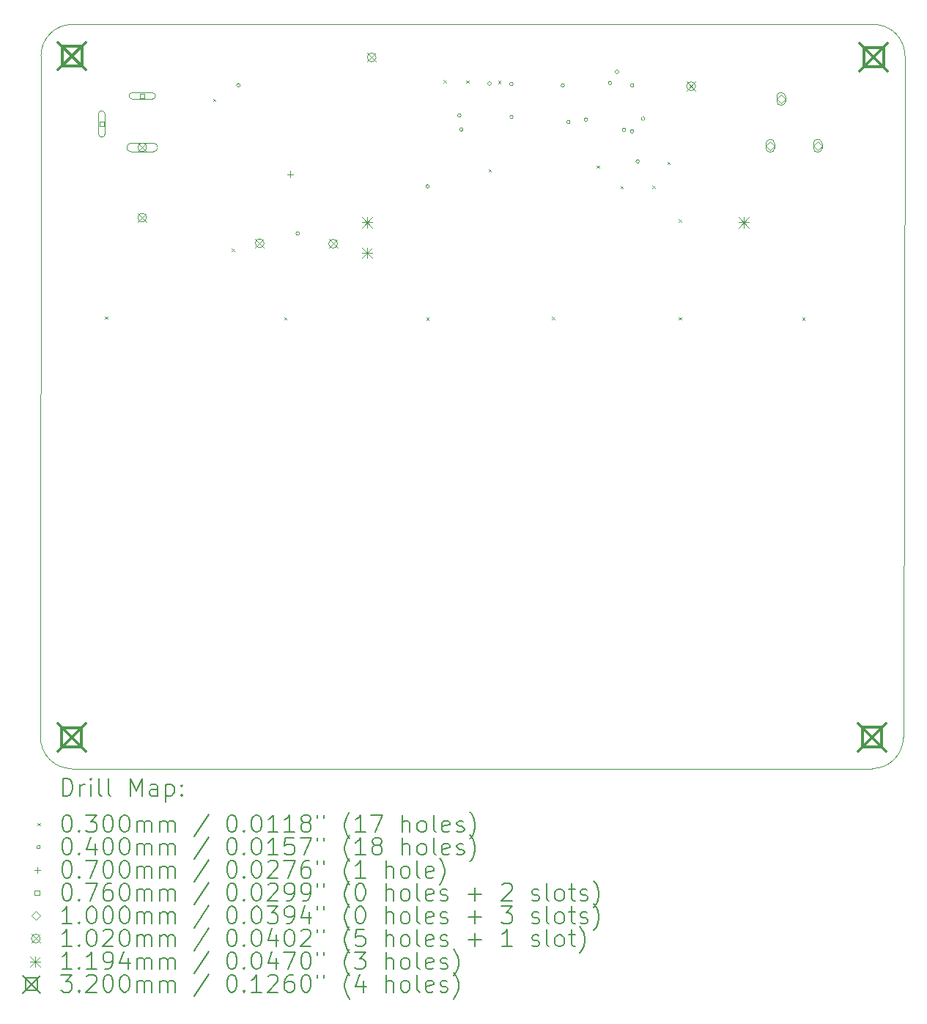
<source format=gbr>
%TF.GenerationSoftware,KiCad,Pcbnew,8.0.3*%
%TF.CreationDate,2024-08-08T10:10:11-07:00*%
%TF.ProjectId,VULED,56554c45-442e-46b6-9963-61645f706362,rev?*%
%TF.SameCoordinates,Original*%
%TF.FileFunction,Drillmap*%
%TF.FilePolarity,Positive*%
%FSLAX45Y45*%
G04 Gerber Fmt 4.5, Leading zero omitted, Abs format (unit mm)*
G04 Created by KiCad (PCBNEW 8.0.3) date 2024-08-08 10:10:11*
%MOMM*%
%LPD*%
G01*
G04 APERTURE LIST*
%ADD10C,0.050000*%
%ADD11C,0.200000*%
%ADD12C,0.100000*%
%ADD13C,0.102000*%
%ADD14C,0.119380*%
%ADD15C,0.320000*%
G04 APERTURE END LIST*
D10*
X4625000Y-13706000D02*
X4631000Y-5833000D01*
X14233000Y-14067000D02*
X4986500Y-14067500D01*
X14612381Y-5833119D02*
X14594500Y-13705500D01*
X14250881Y-5471619D02*
G75*
G02*
X14612381Y-5833119I-1J-361501D01*
G01*
X4992500Y-5471500D02*
X14250881Y-5471619D01*
X14594500Y-13705500D02*
G75*
G02*
X14233000Y-14067000I-361500J0D01*
G01*
X4631000Y-5833000D02*
G75*
G02*
X4992500Y-5471500I361500J0D01*
G01*
X4986500Y-14067500D02*
G75*
G02*
X4625000Y-13706000I0J361500D01*
G01*
D11*
D12*
X5369500Y-8844000D02*
X5399500Y-8874000D01*
X5399500Y-8844000D02*
X5369500Y-8874000D01*
X6619500Y-6329500D02*
X6649500Y-6359500D01*
X6649500Y-6329500D02*
X6619500Y-6359500D01*
X6833000Y-8059500D02*
X6863000Y-8089500D01*
X6863000Y-8059500D02*
X6833000Y-8089500D01*
X7441500Y-8855000D02*
X7471500Y-8885000D01*
X7471500Y-8855000D02*
X7441500Y-8885000D01*
X9082500Y-8858000D02*
X9112500Y-8888000D01*
X9112500Y-8858000D02*
X9082500Y-8888000D01*
X9280515Y-6113996D02*
X9310515Y-6143996D01*
X9310515Y-6113996D02*
X9280515Y-6143996D01*
X9542515Y-6116996D02*
X9572515Y-6146996D01*
X9572515Y-6116996D02*
X9542515Y-6146996D01*
X9801515Y-7142996D02*
X9831515Y-7172996D01*
X9831515Y-7142996D02*
X9801515Y-7172996D01*
X9913515Y-6123496D02*
X9943515Y-6153496D01*
X9943515Y-6123496D02*
X9913515Y-6153496D01*
X10533500Y-8847500D02*
X10563500Y-8877500D01*
X10563500Y-8847500D02*
X10533500Y-8877500D01*
X11049515Y-7100000D02*
X11079515Y-7130000D01*
X11079515Y-7100000D02*
X11049515Y-7130000D01*
X11326015Y-7337996D02*
X11356015Y-7367996D01*
X11356015Y-7337996D02*
X11326015Y-7367996D01*
X11696000Y-7334000D02*
X11726000Y-7364000D01*
X11726000Y-7334000D02*
X11696000Y-7364000D01*
X11869645Y-7059500D02*
X11899645Y-7089500D01*
X11899645Y-7059500D02*
X11869645Y-7089500D01*
X11999500Y-8852000D02*
X12029500Y-8882000D01*
X12029500Y-8852000D02*
X11999500Y-8882000D01*
X12001500Y-7721500D02*
X12031500Y-7751500D01*
X12031500Y-7721500D02*
X12001500Y-7751500D01*
X13427000Y-8859000D02*
X13457000Y-8889000D01*
X13457000Y-8859000D02*
X13427000Y-8889000D01*
X6931000Y-6173500D02*
G75*
G02*
X6891000Y-6173500I-20000J0D01*
G01*
X6891000Y-6173500D02*
G75*
G02*
X6931000Y-6173500I20000J0D01*
G01*
X7616000Y-7885500D02*
G75*
G02*
X7576000Y-7885500I-20000J0D01*
G01*
X7576000Y-7885500D02*
G75*
G02*
X7616000Y-7885500I20000J0D01*
G01*
X9115500Y-7341000D02*
G75*
G02*
X9075500Y-7341000I-20000J0D01*
G01*
X9075500Y-7341000D02*
G75*
G02*
X9115500Y-7341000I20000J0D01*
G01*
X9484015Y-6521496D02*
G75*
G02*
X9444015Y-6521496I-20000J0D01*
G01*
X9444015Y-6521496D02*
G75*
G02*
X9484015Y-6521496I20000J0D01*
G01*
X9509500Y-6687156D02*
G75*
G02*
X9469500Y-6687156I-20000J0D01*
G01*
X9469500Y-6687156D02*
G75*
G02*
X9509500Y-6687156I20000J0D01*
G01*
X9833515Y-6153996D02*
G75*
G02*
X9793515Y-6153996I-20000J0D01*
G01*
X9793515Y-6153996D02*
G75*
G02*
X9833515Y-6153996I20000J0D01*
G01*
X10085515Y-6157996D02*
G75*
G02*
X10045515Y-6157996I-20000J0D01*
G01*
X10045515Y-6157996D02*
G75*
G02*
X10085515Y-6157996I20000J0D01*
G01*
X10087015Y-6540496D02*
G75*
G02*
X10047015Y-6540496I-20000J0D01*
G01*
X10047015Y-6540496D02*
G75*
G02*
X10087015Y-6540496I20000J0D01*
G01*
X10678885Y-6177866D02*
G75*
G02*
X10638885Y-6177866I-20000J0D01*
G01*
X10638885Y-6177866D02*
G75*
G02*
X10678885Y-6177866I20000J0D01*
G01*
X10744015Y-6599996D02*
G75*
G02*
X10704015Y-6599996I-20000J0D01*
G01*
X10704015Y-6599996D02*
G75*
G02*
X10744015Y-6599996I20000J0D01*
G01*
X10946000Y-6570500D02*
G75*
G02*
X10906000Y-6570500I-20000J0D01*
G01*
X10906000Y-6570500D02*
G75*
G02*
X10946000Y-6570500I20000J0D01*
G01*
X11224015Y-6146996D02*
G75*
G02*
X11184015Y-6146996I-20000J0D01*
G01*
X11184015Y-6146996D02*
G75*
G02*
X11224015Y-6146996I20000J0D01*
G01*
X11306515Y-6017996D02*
G75*
G02*
X11266515Y-6017996I-20000J0D01*
G01*
X11266515Y-6017996D02*
G75*
G02*
X11306515Y-6017996I20000J0D01*
G01*
X11386500Y-6688500D02*
G75*
G02*
X11346500Y-6688500I-20000J0D01*
G01*
X11346500Y-6688500D02*
G75*
G02*
X11386500Y-6688500I20000J0D01*
G01*
X11479115Y-6705956D02*
G75*
G02*
X11439115Y-6705956I-20000J0D01*
G01*
X11439115Y-6705956D02*
G75*
G02*
X11479115Y-6705956I20000J0D01*
G01*
X11481500Y-6177500D02*
G75*
G02*
X11441500Y-6177500I-20000J0D01*
G01*
X11441500Y-6177500D02*
G75*
G02*
X11481500Y-6177500I20000J0D01*
G01*
X11544615Y-7053996D02*
G75*
G02*
X11504615Y-7053996I-20000J0D01*
G01*
X11504615Y-7053996D02*
G75*
G02*
X11544615Y-7053996I20000J0D01*
G01*
X11608500Y-6560500D02*
G75*
G02*
X11568500Y-6560500I-20000J0D01*
G01*
X11568500Y-6560500D02*
G75*
G02*
X11608500Y-6560500I20000J0D01*
G01*
X7511500Y-7166000D02*
X7511500Y-7236000D01*
X7476500Y-7201000D02*
X7546500Y-7201000D01*
X5358870Y-6648370D02*
X5358870Y-6594630D01*
X5305130Y-6594630D01*
X5305130Y-6648370D01*
X5358870Y-6648370D01*
X5370000Y-6736000D02*
X5370000Y-6507000D01*
X5294000Y-6507000D02*
G75*
G02*
X5370000Y-6507000I38000J0D01*
G01*
X5294000Y-6507000D02*
X5294000Y-6736000D01*
X5294000Y-6736000D02*
G75*
G03*
X5370000Y-6736000I38000J0D01*
G01*
X5827870Y-6323370D02*
X5827870Y-6269630D01*
X5774130Y-6269630D01*
X5774130Y-6323370D01*
X5827870Y-6323370D01*
X5915500Y-6258500D02*
X5686500Y-6258500D01*
X5686500Y-6334500D02*
G75*
G02*
X5686500Y-6258500I0J38000D01*
G01*
X5686500Y-6334500D02*
X5915500Y-6334500D01*
X5915500Y-6334500D02*
G75*
G03*
X5915500Y-6258500I0J38000D01*
G01*
X13056488Y-6923957D02*
X13106488Y-6873957D01*
X13056488Y-6823957D01*
X13006488Y-6873957D01*
X13056488Y-6923957D01*
X13006488Y-6848957D02*
X13006488Y-6898957D01*
X13106488Y-6898957D02*
G75*
G02*
X13006488Y-6898957I-50000J0D01*
G01*
X13106488Y-6898957D02*
X13106488Y-6848957D01*
X13106488Y-6848957D02*
G75*
G03*
X13006488Y-6848957I-50000J0D01*
G01*
X13181488Y-6381957D02*
X13231488Y-6331957D01*
X13181488Y-6281957D01*
X13131488Y-6331957D01*
X13181488Y-6381957D01*
X13131488Y-6306957D02*
X13131488Y-6356957D01*
X13231488Y-6356957D02*
G75*
G02*
X13131488Y-6356957I-50000J0D01*
G01*
X13231488Y-6356957D02*
X13231488Y-6306957D01*
X13231488Y-6306957D02*
G75*
G03*
X13131488Y-6306957I-50000J0D01*
G01*
X13604488Y-6922957D02*
X13654488Y-6872957D01*
X13604488Y-6822957D01*
X13554488Y-6872957D01*
X13604488Y-6922957D01*
X13554488Y-6847957D02*
X13554488Y-6897957D01*
X13654488Y-6897957D02*
G75*
G02*
X13554488Y-6897957I-50000J0D01*
G01*
X13654488Y-6897957D02*
X13654488Y-6847957D01*
X13654488Y-6847957D02*
G75*
G03*
X13554488Y-6847957I-50000J0D01*
G01*
D13*
X5749000Y-7652500D02*
X5851000Y-7754500D01*
X5851000Y-7652500D02*
X5749000Y-7754500D01*
X5851000Y-7703500D02*
G75*
G02*
X5749000Y-7703500I-51000J0D01*
G01*
X5749000Y-7703500D02*
G75*
G02*
X5851000Y-7703500I51000J0D01*
G01*
X5750000Y-6841000D02*
X5852000Y-6943000D01*
X5852000Y-6841000D02*
X5750000Y-6943000D01*
X5852000Y-6892000D02*
G75*
G02*
X5750000Y-6892000I-51000J0D01*
G01*
X5750000Y-6892000D02*
G75*
G02*
X5852000Y-6892000I51000J0D01*
G01*
D12*
X5928000Y-6841000D02*
X5674000Y-6841000D01*
X5674000Y-6943000D02*
G75*
G02*
X5674000Y-6841000I0J51000D01*
G01*
X5674000Y-6943000D02*
X5928000Y-6943000D01*
X5928000Y-6943000D02*
G75*
G03*
X5928000Y-6841000I0J51000D01*
G01*
D13*
X7107000Y-7948500D02*
X7209000Y-8050500D01*
X7209000Y-7948500D02*
X7107000Y-8050500D01*
X7209000Y-7999500D02*
G75*
G02*
X7107000Y-7999500I-51000J0D01*
G01*
X7107000Y-7999500D02*
G75*
G02*
X7209000Y-7999500I51000J0D01*
G01*
X7955000Y-7953000D02*
X8057000Y-8055000D01*
X8057000Y-7953000D02*
X7955000Y-8055000D01*
X8057000Y-8004000D02*
G75*
G02*
X7955000Y-8004000I-51000J0D01*
G01*
X7955000Y-8004000D02*
G75*
G02*
X8057000Y-8004000I51000J0D01*
G01*
X8400500Y-5801000D02*
X8502500Y-5903000D01*
X8502500Y-5801000D02*
X8400500Y-5903000D01*
X8502500Y-5852000D02*
G75*
G02*
X8400500Y-5852000I-51000J0D01*
G01*
X8400500Y-5852000D02*
G75*
G02*
X8502500Y-5852000I51000J0D01*
G01*
X12090500Y-6133500D02*
X12192500Y-6235500D01*
X12192500Y-6133500D02*
X12090500Y-6235500D01*
X12192500Y-6184500D02*
G75*
G02*
X12090500Y-6184500I-51000J0D01*
G01*
X12090500Y-6184500D02*
G75*
G02*
X12192500Y-6184500I51000J0D01*
G01*
D14*
X8338326Y-7699313D02*
X8457706Y-7818693D01*
X8457706Y-7699313D02*
X8338326Y-7818693D01*
X8398016Y-7699313D02*
X8398016Y-7818693D01*
X8338326Y-7759003D02*
X8457706Y-7759003D01*
X8338326Y-8049314D02*
X8457706Y-8168694D01*
X8457706Y-8049314D02*
X8338326Y-8168694D01*
X8398016Y-8049314D02*
X8398016Y-8168694D01*
X8338326Y-8109004D02*
X8457706Y-8109004D01*
X12688325Y-7699313D02*
X12807705Y-7818693D01*
X12807705Y-7699313D02*
X12688325Y-7818693D01*
X12748015Y-7699313D02*
X12748015Y-7818693D01*
X12688325Y-7759003D02*
X12807705Y-7759003D01*
D15*
X4825000Y-13547500D02*
X5145000Y-13867500D01*
X5145000Y-13547500D02*
X4825000Y-13867500D01*
X5098138Y-13820638D02*
X5098138Y-13594362D01*
X4871862Y-13594362D01*
X4871862Y-13820638D01*
X5098138Y-13820638D01*
X4828500Y-5678000D02*
X5148500Y-5998000D01*
X5148500Y-5678000D02*
X4828500Y-5998000D01*
X5101638Y-5951138D02*
X5101638Y-5724862D01*
X4875362Y-5724862D01*
X4875362Y-5951138D01*
X5101638Y-5951138D01*
X14073619Y-13544619D02*
X14393619Y-13864619D01*
X14393619Y-13544619D02*
X14073619Y-13864619D01*
X14346757Y-13817757D02*
X14346757Y-13591481D01*
X14120481Y-13591481D01*
X14120481Y-13817757D01*
X14346757Y-13817757D01*
X14091500Y-5691000D02*
X14411500Y-6011000D01*
X14411500Y-5691000D02*
X14091500Y-6011000D01*
X14364638Y-5964138D02*
X14364638Y-5737862D01*
X14138362Y-5737862D01*
X14138362Y-5964138D01*
X14364638Y-5964138D01*
D11*
X4883277Y-14381484D02*
X4883277Y-14181484D01*
X4883277Y-14181484D02*
X4930896Y-14181484D01*
X4930896Y-14181484D02*
X4959467Y-14191008D01*
X4959467Y-14191008D02*
X4978515Y-14210055D01*
X4978515Y-14210055D02*
X4988039Y-14229103D01*
X4988039Y-14229103D02*
X4997563Y-14267198D01*
X4997563Y-14267198D02*
X4997563Y-14295769D01*
X4997563Y-14295769D02*
X4988039Y-14333865D01*
X4988039Y-14333865D02*
X4978515Y-14352912D01*
X4978515Y-14352912D02*
X4959467Y-14371960D01*
X4959467Y-14371960D02*
X4930896Y-14381484D01*
X4930896Y-14381484D02*
X4883277Y-14381484D01*
X5083277Y-14381484D02*
X5083277Y-14248150D01*
X5083277Y-14286246D02*
X5092801Y-14267198D01*
X5092801Y-14267198D02*
X5102324Y-14257674D01*
X5102324Y-14257674D02*
X5121372Y-14248150D01*
X5121372Y-14248150D02*
X5140420Y-14248150D01*
X5207086Y-14381484D02*
X5207086Y-14248150D01*
X5207086Y-14181484D02*
X5197563Y-14191008D01*
X5197563Y-14191008D02*
X5207086Y-14200531D01*
X5207086Y-14200531D02*
X5216610Y-14191008D01*
X5216610Y-14191008D02*
X5207086Y-14181484D01*
X5207086Y-14181484D02*
X5207086Y-14200531D01*
X5330896Y-14381484D02*
X5311848Y-14371960D01*
X5311848Y-14371960D02*
X5302324Y-14352912D01*
X5302324Y-14352912D02*
X5302324Y-14181484D01*
X5435658Y-14381484D02*
X5416610Y-14371960D01*
X5416610Y-14371960D02*
X5407086Y-14352912D01*
X5407086Y-14352912D02*
X5407086Y-14181484D01*
X5664229Y-14381484D02*
X5664229Y-14181484D01*
X5664229Y-14181484D02*
X5730896Y-14324341D01*
X5730896Y-14324341D02*
X5797562Y-14181484D01*
X5797562Y-14181484D02*
X5797562Y-14381484D01*
X5978515Y-14381484D02*
X5978515Y-14276722D01*
X5978515Y-14276722D02*
X5968991Y-14257674D01*
X5968991Y-14257674D02*
X5949943Y-14248150D01*
X5949943Y-14248150D02*
X5911848Y-14248150D01*
X5911848Y-14248150D02*
X5892801Y-14257674D01*
X5978515Y-14371960D02*
X5959467Y-14381484D01*
X5959467Y-14381484D02*
X5911848Y-14381484D01*
X5911848Y-14381484D02*
X5892801Y-14371960D01*
X5892801Y-14371960D02*
X5883277Y-14352912D01*
X5883277Y-14352912D02*
X5883277Y-14333865D01*
X5883277Y-14333865D02*
X5892801Y-14314817D01*
X5892801Y-14314817D02*
X5911848Y-14305293D01*
X5911848Y-14305293D02*
X5959467Y-14305293D01*
X5959467Y-14305293D02*
X5978515Y-14295769D01*
X6073753Y-14248150D02*
X6073753Y-14448150D01*
X6073753Y-14257674D02*
X6092801Y-14248150D01*
X6092801Y-14248150D02*
X6130896Y-14248150D01*
X6130896Y-14248150D02*
X6149943Y-14257674D01*
X6149943Y-14257674D02*
X6159467Y-14267198D01*
X6159467Y-14267198D02*
X6168991Y-14286246D01*
X6168991Y-14286246D02*
X6168991Y-14343388D01*
X6168991Y-14343388D02*
X6159467Y-14362436D01*
X6159467Y-14362436D02*
X6149943Y-14371960D01*
X6149943Y-14371960D02*
X6130896Y-14381484D01*
X6130896Y-14381484D02*
X6092801Y-14381484D01*
X6092801Y-14381484D02*
X6073753Y-14371960D01*
X6254705Y-14362436D02*
X6264229Y-14371960D01*
X6264229Y-14371960D02*
X6254705Y-14381484D01*
X6254705Y-14381484D02*
X6245182Y-14371960D01*
X6245182Y-14371960D02*
X6254705Y-14362436D01*
X6254705Y-14362436D02*
X6254705Y-14381484D01*
X6254705Y-14257674D02*
X6264229Y-14267198D01*
X6264229Y-14267198D02*
X6254705Y-14276722D01*
X6254705Y-14276722D02*
X6245182Y-14267198D01*
X6245182Y-14267198D02*
X6254705Y-14257674D01*
X6254705Y-14257674D02*
X6254705Y-14276722D01*
D12*
X4592500Y-14695000D02*
X4622500Y-14725000D01*
X4622500Y-14695000D02*
X4592500Y-14725000D01*
D11*
X4921372Y-14601484D02*
X4940420Y-14601484D01*
X4940420Y-14601484D02*
X4959467Y-14611008D01*
X4959467Y-14611008D02*
X4968991Y-14620531D01*
X4968991Y-14620531D02*
X4978515Y-14639579D01*
X4978515Y-14639579D02*
X4988039Y-14677674D01*
X4988039Y-14677674D02*
X4988039Y-14725293D01*
X4988039Y-14725293D02*
X4978515Y-14763388D01*
X4978515Y-14763388D02*
X4968991Y-14782436D01*
X4968991Y-14782436D02*
X4959467Y-14791960D01*
X4959467Y-14791960D02*
X4940420Y-14801484D01*
X4940420Y-14801484D02*
X4921372Y-14801484D01*
X4921372Y-14801484D02*
X4902324Y-14791960D01*
X4902324Y-14791960D02*
X4892801Y-14782436D01*
X4892801Y-14782436D02*
X4883277Y-14763388D01*
X4883277Y-14763388D02*
X4873753Y-14725293D01*
X4873753Y-14725293D02*
X4873753Y-14677674D01*
X4873753Y-14677674D02*
X4883277Y-14639579D01*
X4883277Y-14639579D02*
X4892801Y-14620531D01*
X4892801Y-14620531D02*
X4902324Y-14611008D01*
X4902324Y-14611008D02*
X4921372Y-14601484D01*
X5073753Y-14782436D02*
X5083277Y-14791960D01*
X5083277Y-14791960D02*
X5073753Y-14801484D01*
X5073753Y-14801484D02*
X5064229Y-14791960D01*
X5064229Y-14791960D02*
X5073753Y-14782436D01*
X5073753Y-14782436D02*
X5073753Y-14801484D01*
X5149944Y-14601484D02*
X5273753Y-14601484D01*
X5273753Y-14601484D02*
X5207086Y-14677674D01*
X5207086Y-14677674D02*
X5235658Y-14677674D01*
X5235658Y-14677674D02*
X5254705Y-14687198D01*
X5254705Y-14687198D02*
X5264229Y-14696722D01*
X5264229Y-14696722D02*
X5273753Y-14715769D01*
X5273753Y-14715769D02*
X5273753Y-14763388D01*
X5273753Y-14763388D02*
X5264229Y-14782436D01*
X5264229Y-14782436D02*
X5254705Y-14791960D01*
X5254705Y-14791960D02*
X5235658Y-14801484D01*
X5235658Y-14801484D02*
X5178515Y-14801484D01*
X5178515Y-14801484D02*
X5159467Y-14791960D01*
X5159467Y-14791960D02*
X5149944Y-14782436D01*
X5397563Y-14601484D02*
X5416610Y-14601484D01*
X5416610Y-14601484D02*
X5435658Y-14611008D01*
X5435658Y-14611008D02*
X5445182Y-14620531D01*
X5445182Y-14620531D02*
X5454705Y-14639579D01*
X5454705Y-14639579D02*
X5464229Y-14677674D01*
X5464229Y-14677674D02*
X5464229Y-14725293D01*
X5464229Y-14725293D02*
X5454705Y-14763388D01*
X5454705Y-14763388D02*
X5445182Y-14782436D01*
X5445182Y-14782436D02*
X5435658Y-14791960D01*
X5435658Y-14791960D02*
X5416610Y-14801484D01*
X5416610Y-14801484D02*
X5397563Y-14801484D01*
X5397563Y-14801484D02*
X5378515Y-14791960D01*
X5378515Y-14791960D02*
X5368991Y-14782436D01*
X5368991Y-14782436D02*
X5359467Y-14763388D01*
X5359467Y-14763388D02*
X5349944Y-14725293D01*
X5349944Y-14725293D02*
X5349944Y-14677674D01*
X5349944Y-14677674D02*
X5359467Y-14639579D01*
X5359467Y-14639579D02*
X5368991Y-14620531D01*
X5368991Y-14620531D02*
X5378515Y-14611008D01*
X5378515Y-14611008D02*
X5397563Y-14601484D01*
X5588039Y-14601484D02*
X5607086Y-14601484D01*
X5607086Y-14601484D02*
X5626134Y-14611008D01*
X5626134Y-14611008D02*
X5635658Y-14620531D01*
X5635658Y-14620531D02*
X5645182Y-14639579D01*
X5645182Y-14639579D02*
X5654705Y-14677674D01*
X5654705Y-14677674D02*
X5654705Y-14725293D01*
X5654705Y-14725293D02*
X5645182Y-14763388D01*
X5645182Y-14763388D02*
X5635658Y-14782436D01*
X5635658Y-14782436D02*
X5626134Y-14791960D01*
X5626134Y-14791960D02*
X5607086Y-14801484D01*
X5607086Y-14801484D02*
X5588039Y-14801484D01*
X5588039Y-14801484D02*
X5568991Y-14791960D01*
X5568991Y-14791960D02*
X5559467Y-14782436D01*
X5559467Y-14782436D02*
X5549944Y-14763388D01*
X5549944Y-14763388D02*
X5540420Y-14725293D01*
X5540420Y-14725293D02*
X5540420Y-14677674D01*
X5540420Y-14677674D02*
X5549944Y-14639579D01*
X5549944Y-14639579D02*
X5559467Y-14620531D01*
X5559467Y-14620531D02*
X5568991Y-14611008D01*
X5568991Y-14611008D02*
X5588039Y-14601484D01*
X5740420Y-14801484D02*
X5740420Y-14668150D01*
X5740420Y-14687198D02*
X5749943Y-14677674D01*
X5749943Y-14677674D02*
X5768991Y-14668150D01*
X5768991Y-14668150D02*
X5797563Y-14668150D01*
X5797563Y-14668150D02*
X5816610Y-14677674D01*
X5816610Y-14677674D02*
X5826134Y-14696722D01*
X5826134Y-14696722D02*
X5826134Y-14801484D01*
X5826134Y-14696722D02*
X5835658Y-14677674D01*
X5835658Y-14677674D02*
X5854705Y-14668150D01*
X5854705Y-14668150D02*
X5883277Y-14668150D01*
X5883277Y-14668150D02*
X5902324Y-14677674D01*
X5902324Y-14677674D02*
X5911848Y-14696722D01*
X5911848Y-14696722D02*
X5911848Y-14801484D01*
X6007086Y-14801484D02*
X6007086Y-14668150D01*
X6007086Y-14687198D02*
X6016610Y-14677674D01*
X6016610Y-14677674D02*
X6035658Y-14668150D01*
X6035658Y-14668150D02*
X6064229Y-14668150D01*
X6064229Y-14668150D02*
X6083277Y-14677674D01*
X6083277Y-14677674D02*
X6092801Y-14696722D01*
X6092801Y-14696722D02*
X6092801Y-14801484D01*
X6092801Y-14696722D02*
X6102324Y-14677674D01*
X6102324Y-14677674D02*
X6121372Y-14668150D01*
X6121372Y-14668150D02*
X6149943Y-14668150D01*
X6149943Y-14668150D02*
X6168991Y-14677674D01*
X6168991Y-14677674D02*
X6178515Y-14696722D01*
X6178515Y-14696722D02*
X6178515Y-14801484D01*
X6568991Y-14591960D02*
X6397563Y-14849103D01*
X6826134Y-14601484D02*
X6845182Y-14601484D01*
X6845182Y-14601484D02*
X6864229Y-14611008D01*
X6864229Y-14611008D02*
X6873753Y-14620531D01*
X6873753Y-14620531D02*
X6883277Y-14639579D01*
X6883277Y-14639579D02*
X6892801Y-14677674D01*
X6892801Y-14677674D02*
X6892801Y-14725293D01*
X6892801Y-14725293D02*
X6883277Y-14763388D01*
X6883277Y-14763388D02*
X6873753Y-14782436D01*
X6873753Y-14782436D02*
X6864229Y-14791960D01*
X6864229Y-14791960D02*
X6845182Y-14801484D01*
X6845182Y-14801484D02*
X6826134Y-14801484D01*
X6826134Y-14801484D02*
X6807086Y-14791960D01*
X6807086Y-14791960D02*
X6797563Y-14782436D01*
X6797563Y-14782436D02*
X6788039Y-14763388D01*
X6788039Y-14763388D02*
X6778515Y-14725293D01*
X6778515Y-14725293D02*
X6778515Y-14677674D01*
X6778515Y-14677674D02*
X6788039Y-14639579D01*
X6788039Y-14639579D02*
X6797563Y-14620531D01*
X6797563Y-14620531D02*
X6807086Y-14611008D01*
X6807086Y-14611008D02*
X6826134Y-14601484D01*
X6978515Y-14782436D02*
X6988039Y-14791960D01*
X6988039Y-14791960D02*
X6978515Y-14801484D01*
X6978515Y-14801484D02*
X6968991Y-14791960D01*
X6968991Y-14791960D02*
X6978515Y-14782436D01*
X6978515Y-14782436D02*
X6978515Y-14801484D01*
X7111848Y-14601484D02*
X7130896Y-14601484D01*
X7130896Y-14601484D02*
X7149944Y-14611008D01*
X7149944Y-14611008D02*
X7159467Y-14620531D01*
X7159467Y-14620531D02*
X7168991Y-14639579D01*
X7168991Y-14639579D02*
X7178515Y-14677674D01*
X7178515Y-14677674D02*
X7178515Y-14725293D01*
X7178515Y-14725293D02*
X7168991Y-14763388D01*
X7168991Y-14763388D02*
X7159467Y-14782436D01*
X7159467Y-14782436D02*
X7149944Y-14791960D01*
X7149944Y-14791960D02*
X7130896Y-14801484D01*
X7130896Y-14801484D02*
X7111848Y-14801484D01*
X7111848Y-14801484D02*
X7092801Y-14791960D01*
X7092801Y-14791960D02*
X7083277Y-14782436D01*
X7083277Y-14782436D02*
X7073753Y-14763388D01*
X7073753Y-14763388D02*
X7064229Y-14725293D01*
X7064229Y-14725293D02*
X7064229Y-14677674D01*
X7064229Y-14677674D02*
X7073753Y-14639579D01*
X7073753Y-14639579D02*
X7083277Y-14620531D01*
X7083277Y-14620531D02*
X7092801Y-14611008D01*
X7092801Y-14611008D02*
X7111848Y-14601484D01*
X7368991Y-14801484D02*
X7254706Y-14801484D01*
X7311848Y-14801484D02*
X7311848Y-14601484D01*
X7311848Y-14601484D02*
X7292801Y-14630055D01*
X7292801Y-14630055D02*
X7273753Y-14649103D01*
X7273753Y-14649103D02*
X7254706Y-14658627D01*
X7559467Y-14801484D02*
X7445182Y-14801484D01*
X7502325Y-14801484D02*
X7502325Y-14601484D01*
X7502325Y-14601484D02*
X7483277Y-14630055D01*
X7483277Y-14630055D02*
X7464229Y-14649103D01*
X7464229Y-14649103D02*
X7445182Y-14658627D01*
X7673753Y-14687198D02*
X7654706Y-14677674D01*
X7654706Y-14677674D02*
X7645182Y-14668150D01*
X7645182Y-14668150D02*
X7635658Y-14649103D01*
X7635658Y-14649103D02*
X7635658Y-14639579D01*
X7635658Y-14639579D02*
X7645182Y-14620531D01*
X7645182Y-14620531D02*
X7654706Y-14611008D01*
X7654706Y-14611008D02*
X7673753Y-14601484D01*
X7673753Y-14601484D02*
X7711848Y-14601484D01*
X7711848Y-14601484D02*
X7730896Y-14611008D01*
X7730896Y-14611008D02*
X7740420Y-14620531D01*
X7740420Y-14620531D02*
X7749944Y-14639579D01*
X7749944Y-14639579D02*
X7749944Y-14649103D01*
X7749944Y-14649103D02*
X7740420Y-14668150D01*
X7740420Y-14668150D02*
X7730896Y-14677674D01*
X7730896Y-14677674D02*
X7711848Y-14687198D01*
X7711848Y-14687198D02*
X7673753Y-14687198D01*
X7673753Y-14687198D02*
X7654706Y-14696722D01*
X7654706Y-14696722D02*
X7645182Y-14706246D01*
X7645182Y-14706246D02*
X7635658Y-14725293D01*
X7635658Y-14725293D02*
X7635658Y-14763388D01*
X7635658Y-14763388D02*
X7645182Y-14782436D01*
X7645182Y-14782436D02*
X7654706Y-14791960D01*
X7654706Y-14791960D02*
X7673753Y-14801484D01*
X7673753Y-14801484D02*
X7711848Y-14801484D01*
X7711848Y-14801484D02*
X7730896Y-14791960D01*
X7730896Y-14791960D02*
X7740420Y-14782436D01*
X7740420Y-14782436D02*
X7749944Y-14763388D01*
X7749944Y-14763388D02*
X7749944Y-14725293D01*
X7749944Y-14725293D02*
X7740420Y-14706246D01*
X7740420Y-14706246D02*
X7730896Y-14696722D01*
X7730896Y-14696722D02*
X7711848Y-14687198D01*
X7826134Y-14601484D02*
X7826134Y-14639579D01*
X7902325Y-14601484D02*
X7902325Y-14639579D01*
X8197563Y-14877674D02*
X8188039Y-14868150D01*
X8188039Y-14868150D02*
X8168991Y-14839579D01*
X8168991Y-14839579D02*
X8159468Y-14820531D01*
X8159468Y-14820531D02*
X8149944Y-14791960D01*
X8149944Y-14791960D02*
X8140420Y-14744341D01*
X8140420Y-14744341D02*
X8140420Y-14706246D01*
X8140420Y-14706246D02*
X8149944Y-14658627D01*
X8149944Y-14658627D02*
X8159468Y-14630055D01*
X8159468Y-14630055D02*
X8168991Y-14611008D01*
X8168991Y-14611008D02*
X8188039Y-14582436D01*
X8188039Y-14582436D02*
X8197563Y-14572912D01*
X8378515Y-14801484D02*
X8264229Y-14801484D01*
X8321372Y-14801484D02*
X8321372Y-14601484D01*
X8321372Y-14601484D02*
X8302325Y-14630055D01*
X8302325Y-14630055D02*
X8283277Y-14649103D01*
X8283277Y-14649103D02*
X8264229Y-14658627D01*
X8445182Y-14601484D02*
X8578515Y-14601484D01*
X8578515Y-14601484D02*
X8492801Y-14801484D01*
X8807087Y-14801484D02*
X8807087Y-14601484D01*
X8892801Y-14801484D02*
X8892801Y-14696722D01*
X8892801Y-14696722D02*
X8883277Y-14677674D01*
X8883277Y-14677674D02*
X8864230Y-14668150D01*
X8864230Y-14668150D02*
X8835658Y-14668150D01*
X8835658Y-14668150D02*
X8816611Y-14677674D01*
X8816611Y-14677674D02*
X8807087Y-14687198D01*
X9016611Y-14801484D02*
X8997563Y-14791960D01*
X8997563Y-14791960D02*
X8988039Y-14782436D01*
X8988039Y-14782436D02*
X8978515Y-14763388D01*
X8978515Y-14763388D02*
X8978515Y-14706246D01*
X8978515Y-14706246D02*
X8988039Y-14687198D01*
X8988039Y-14687198D02*
X8997563Y-14677674D01*
X8997563Y-14677674D02*
X9016611Y-14668150D01*
X9016611Y-14668150D02*
X9045182Y-14668150D01*
X9045182Y-14668150D02*
X9064230Y-14677674D01*
X9064230Y-14677674D02*
X9073753Y-14687198D01*
X9073753Y-14687198D02*
X9083277Y-14706246D01*
X9083277Y-14706246D02*
X9083277Y-14763388D01*
X9083277Y-14763388D02*
X9073753Y-14782436D01*
X9073753Y-14782436D02*
X9064230Y-14791960D01*
X9064230Y-14791960D02*
X9045182Y-14801484D01*
X9045182Y-14801484D02*
X9016611Y-14801484D01*
X9197563Y-14801484D02*
X9178515Y-14791960D01*
X9178515Y-14791960D02*
X9168992Y-14772912D01*
X9168992Y-14772912D02*
X9168992Y-14601484D01*
X9349944Y-14791960D02*
X9330896Y-14801484D01*
X9330896Y-14801484D02*
X9292801Y-14801484D01*
X9292801Y-14801484D02*
X9273753Y-14791960D01*
X9273753Y-14791960D02*
X9264230Y-14772912D01*
X9264230Y-14772912D02*
X9264230Y-14696722D01*
X9264230Y-14696722D02*
X9273753Y-14677674D01*
X9273753Y-14677674D02*
X9292801Y-14668150D01*
X9292801Y-14668150D02*
X9330896Y-14668150D01*
X9330896Y-14668150D02*
X9349944Y-14677674D01*
X9349944Y-14677674D02*
X9359468Y-14696722D01*
X9359468Y-14696722D02*
X9359468Y-14715769D01*
X9359468Y-14715769D02*
X9264230Y-14734817D01*
X9435658Y-14791960D02*
X9454706Y-14801484D01*
X9454706Y-14801484D02*
X9492801Y-14801484D01*
X9492801Y-14801484D02*
X9511849Y-14791960D01*
X9511849Y-14791960D02*
X9521373Y-14772912D01*
X9521373Y-14772912D02*
X9521373Y-14763388D01*
X9521373Y-14763388D02*
X9511849Y-14744341D01*
X9511849Y-14744341D02*
X9492801Y-14734817D01*
X9492801Y-14734817D02*
X9464230Y-14734817D01*
X9464230Y-14734817D02*
X9445182Y-14725293D01*
X9445182Y-14725293D02*
X9435658Y-14706246D01*
X9435658Y-14706246D02*
X9435658Y-14696722D01*
X9435658Y-14696722D02*
X9445182Y-14677674D01*
X9445182Y-14677674D02*
X9464230Y-14668150D01*
X9464230Y-14668150D02*
X9492801Y-14668150D01*
X9492801Y-14668150D02*
X9511849Y-14677674D01*
X9588039Y-14877674D02*
X9597563Y-14868150D01*
X9597563Y-14868150D02*
X9616611Y-14839579D01*
X9616611Y-14839579D02*
X9626134Y-14820531D01*
X9626134Y-14820531D02*
X9635658Y-14791960D01*
X9635658Y-14791960D02*
X9645182Y-14744341D01*
X9645182Y-14744341D02*
X9645182Y-14706246D01*
X9645182Y-14706246D02*
X9635658Y-14658627D01*
X9635658Y-14658627D02*
X9626134Y-14630055D01*
X9626134Y-14630055D02*
X9616611Y-14611008D01*
X9616611Y-14611008D02*
X9597563Y-14582436D01*
X9597563Y-14582436D02*
X9588039Y-14572912D01*
D12*
X4622500Y-14974000D02*
G75*
G02*
X4582500Y-14974000I-20000J0D01*
G01*
X4582500Y-14974000D02*
G75*
G02*
X4622500Y-14974000I20000J0D01*
G01*
D11*
X4921372Y-14865484D02*
X4940420Y-14865484D01*
X4940420Y-14865484D02*
X4959467Y-14875008D01*
X4959467Y-14875008D02*
X4968991Y-14884531D01*
X4968991Y-14884531D02*
X4978515Y-14903579D01*
X4978515Y-14903579D02*
X4988039Y-14941674D01*
X4988039Y-14941674D02*
X4988039Y-14989293D01*
X4988039Y-14989293D02*
X4978515Y-15027388D01*
X4978515Y-15027388D02*
X4968991Y-15046436D01*
X4968991Y-15046436D02*
X4959467Y-15055960D01*
X4959467Y-15055960D02*
X4940420Y-15065484D01*
X4940420Y-15065484D02*
X4921372Y-15065484D01*
X4921372Y-15065484D02*
X4902324Y-15055960D01*
X4902324Y-15055960D02*
X4892801Y-15046436D01*
X4892801Y-15046436D02*
X4883277Y-15027388D01*
X4883277Y-15027388D02*
X4873753Y-14989293D01*
X4873753Y-14989293D02*
X4873753Y-14941674D01*
X4873753Y-14941674D02*
X4883277Y-14903579D01*
X4883277Y-14903579D02*
X4892801Y-14884531D01*
X4892801Y-14884531D02*
X4902324Y-14875008D01*
X4902324Y-14875008D02*
X4921372Y-14865484D01*
X5073753Y-15046436D02*
X5083277Y-15055960D01*
X5083277Y-15055960D02*
X5073753Y-15065484D01*
X5073753Y-15065484D02*
X5064229Y-15055960D01*
X5064229Y-15055960D02*
X5073753Y-15046436D01*
X5073753Y-15046436D02*
X5073753Y-15065484D01*
X5254705Y-14932150D02*
X5254705Y-15065484D01*
X5207086Y-14855960D02*
X5159467Y-14998817D01*
X5159467Y-14998817D02*
X5283277Y-14998817D01*
X5397563Y-14865484D02*
X5416610Y-14865484D01*
X5416610Y-14865484D02*
X5435658Y-14875008D01*
X5435658Y-14875008D02*
X5445182Y-14884531D01*
X5445182Y-14884531D02*
X5454705Y-14903579D01*
X5454705Y-14903579D02*
X5464229Y-14941674D01*
X5464229Y-14941674D02*
X5464229Y-14989293D01*
X5464229Y-14989293D02*
X5454705Y-15027388D01*
X5454705Y-15027388D02*
X5445182Y-15046436D01*
X5445182Y-15046436D02*
X5435658Y-15055960D01*
X5435658Y-15055960D02*
X5416610Y-15065484D01*
X5416610Y-15065484D02*
X5397563Y-15065484D01*
X5397563Y-15065484D02*
X5378515Y-15055960D01*
X5378515Y-15055960D02*
X5368991Y-15046436D01*
X5368991Y-15046436D02*
X5359467Y-15027388D01*
X5359467Y-15027388D02*
X5349944Y-14989293D01*
X5349944Y-14989293D02*
X5349944Y-14941674D01*
X5349944Y-14941674D02*
X5359467Y-14903579D01*
X5359467Y-14903579D02*
X5368991Y-14884531D01*
X5368991Y-14884531D02*
X5378515Y-14875008D01*
X5378515Y-14875008D02*
X5397563Y-14865484D01*
X5588039Y-14865484D02*
X5607086Y-14865484D01*
X5607086Y-14865484D02*
X5626134Y-14875008D01*
X5626134Y-14875008D02*
X5635658Y-14884531D01*
X5635658Y-14884531D02*
X5645182Y-14903579D01*
X5645182Y-14903579D02*
X5654705Y-14941674D01*
X5654705Y-14941674D02*
X5654705Y-14989293D01*
X5654705Y-14989293D02*
X5645182Y-15027388D01*
X5645182Y-15027388D02*
X5635658Y-15046436D01*
X5635658Y-15046436D02*
X5626134Y-15055960D01*
X5626134Y-15055960D02*
X5607086Y-15065484D01*
X5607086Y-15065484D02*
X5588039Y-15065484D01*
X5588039Y-15065484D02*
X5568991Y-15055960D01*
X5568991Y-15055960D02*
X5559467Y-15046436D01*
X5559467Y-15046436D02*
X5549944Y-15027388D01*
X5549944Y-15027388D02*
X5540420Y-14989293D01*
X5540420Y-14989293D02*
X5540420Y-14941674D01*
X5540420Y-14941674D02*
X5549944Y-14903579D01*
X5549944Y-14903579D02*
X5559467Y-14884531D01*
X5559467Y-14884531D02*
X5568991Y-14875008D01*
X5568991Y-14875008D02*
X5588039Y-14865484D01*
X5740420Y-15065484D02*
X5740420Y-14932150D01*
X5740420Y-14951198D02*
X5749943Y-14941674D01*
X5749943Y-14941674D02*
X5768991Y-14932150D01*
X5768991Y-14932150D02*
X5797563Y-14932150D01*
X5797563Y-14932150D02*
X5816610Y-14941674D01*
X5816610Y-14941674D02*
X5826134Y-14960722D01*
X5826134Y-14960722D02*
X5826134Y-15065484D01*
X5826134Y-14960722D02*
X5835658Y-14941674D01*
X5835658Y-14941674D02*
X5854705Y-14932150D01*
X5854705Y-14932150D02*
X5883277Y-14932150D01*
X5883277Y-14932150D02*
X5902324Y-14941674D01*
X5902324Y-14941674D02*
X5911848Y-14960722D01*
X5911848Y-14960722D02*
X5911848Y-15065484D01*
X6007086Y-15065484D02*
X6007086Y-14932150D01*
X6007086Y-14951198D02*
X6016610Y-14941674D01*
X6016610Y-14941674D02*
X6035658Y-14932150D01*
X6035658Y-14932150D02*
X6064229Y-14932150D01*
X6064229Y-14932150D02*
X6083277Y-14941674D01*
X6083277Y-14941674D02*
X6092801Y-14960722D01*
X6092801Y-14960722D02*
X6092801Y-15065484D01*
X6092801Y-14960722D02*
X6102324Y-14941674D01*
X6102324Y-14941674D02*
X6121372Y-14932150D01*
X6121372Y-14932150D02*
X6149943Y-14932150D01*
X6149943Y-14932150D02*
X6168991Y-14941674D01*
X6168991Y-14941674D02*
X6178515Y-14960722D01*
X6178515Y-14960722D02*
X6178515Y-15065484D01*
X6568991Y-14855960D02*
X6397563Y-15113103D01*
X6826134Y-14865484D02*
X6845182Y-14865484D01*
X6845182Y-14865484D02*
X6864229Y-14875008D01*
X6864229Y-14875008D02*
X6873753Y-14884531D01*
X6873753Y-14884531D02*
X6883277Y-14903579D01*
X6883277Y-14903579D02*
X6892801Y-14941674D01*
X6892801Y-14941674D02*
X6892801Y-14989293D01*
X6892801Y-14989293D02*
X6883277Y-15027388D01*
X6883277Y-15027388D02*
X6873753Y-15046436D01*
X6873753Y-15046436D02*
X6864229Y-15055960D01*
X6864229Y-15055960D02*
X6845182Y-15065484D01*
X6845182Y-15065484D02*
X6826134Y-15065484D01*
X6826134Y-15065484D02*
X6807086Y-15055960D01*
X6807086Y-15055960D02*
X6797563Y-15046436D01*
X6797563Y-15046436D02*
X6788039Y-15027388D01*
X6788039Y-15027388D02*
X6778515Y-14989293D01*
X6778515Y-14989293D02*
X6778515Y-14941674D01*
X6778515Y-14941674D02*
X6788039Y-14903579D01*
X6788039Y-14903579D02*
X6797563Y-14884531D01*
X6797563Y-14884531D02*
X6807086Y-14875008D01*
X6807086Y-14875008D02*
X6826134Y-14865484D01*
X6978515Y-15046436D02*
X6988039Y-15055960D01*
X6988039Y-15055960D02*
X6978515Y-15065484D01*
X6978515Y-15065484D02*
X6968991Y-15055960D01*
X6968991Y-15055960D02*
X6978515Y-15046436D01*
X6978515Y-15046436D02*
X6978515Y-15065484D01*
X7111848Y-14865484D02*
X7130896Y-14865484D01*
X7130896Y-14865484D02*
X7149944Y-14875008D01*
X7149944Y-14875008D02*
X7159467Y-14884531D01*
X7159467Y-14884531D02*
X7168991Y-14903579D01*
X7168991Y-14903579D02*
X7178515Y-14941674D01*
X7178515Y-14941674D02*
X7178515Y-14989293D01*
X7178515Y-14989293D02*
X7168991Y-15027388D01*
X7168991Y-15027388D02*
X7159467Y-15046436D01*
X7159467Y-15046436D02*
X7149944Y-15055960D01*
X7149944Y-15055960D02*
X7130896Y-15065484D01*
X7130896Y-15065484D02*
X7111848Y-15065484D01*
X7111848Y-15065484D02*
X7092801Y-15055960D01*
X7092801Y-15055960D02*
X7083277Y-15046436D01*
X7083277Y-15046436D02*
X7073753Y-15027388D01*
X7073753Y-15027388D02*
X7064229Y-14989293D01*
X7064229Y-14989293D02*
X7064229Y-14941674D01*
X7064229Y-14941674D02*
X7073753Y-14903579D01*
X7073753Y-14903579D02*
X7083277Y-14884531D01*
X7083277Y-14884531D02*
X7092801Y-14875008D01*
X7092801Y-14875008D02*
X7111848Y-14865484D01*
X7368991Y-15065484D02*
X7254706Y-15065484D01*
X7311848Y-15065484D02*
X7311848Y-14865484D01*
X7311848Y-14865484D02*
X7292801Y-14894055D01*
X7292801Y-14894055D02*
X7273753Y-14913103D01*
X7273753Y-14913103D02*
X7254706Y-14922627D01*
X7549944Y-14865484D02*
X7454706Y-14865484D01*
X7454706Y-14865484D02*
X7445182Y-14960722D01*
X7445182Y-14960722D02*
X7454706Y-14951198D01*
X7454706Y-14951198D02*
X7473753Y-14941674D01*
X7473753Y-14941674D02*
X7521372Y-14941674D01*
X7521372Y-14941674D02*
X7540420Y-14951198D01*
X7540420Y-14951198D02*
X7549944Y-14960722D01*
X7549944Y-14960722D02*
X7559467Y-14979769D01*
X7559467Y-14979769D02*
X7559467Y-15027388D01*
X7559467Y-15027388D02*
X7549944Y-15046436D01*
X7549944Y-15046436D02*
X7540420Y-15055960D01*
X7540420Y-15055960D02*
X7521372Y-15065484D01*
X7521372Y-15065484D02*
X7473753Y-15065484D01*
X7473753Y-15065484D02*
X7454706Y-15055960D01*
X7454706Y-15055960D02*
X7445182Y-15046436D01*
X7626134Y-14865484D02*
X7759467Y-14865484D01*
X7759467Y-14865484D02*
X7673753Y-15065484D01*
X7826134Y-14865484D02*
X7826134Y-14903579D01*
X7902325Y-14865484D02*
X7902325Y-14903579D01*
X8197563Y-15141674D02*
X8188039Y-15132150D01*
X8188039Y-15132150D02*
X8168991Y-15103579D01*
X8168991Y-15103579D02*
X8159468Y-15084531D01*
X8159468Y-15084531D02*
X8149944Y-15055960D01*
X8149944Y-15055960D02*
X8140420Y-15008341D01*
X8140420Y-15008341D02*
X8140420Y-14970246D01*
X8140420Y-14970246D02*
X8149944Y-14922627D01*
X8149944Y-14922627D02*
X8159468Y-14894055D01*
X8159468Y-14894055D02*
X8168991Y-14875008D01*
X8168991Y-14875008D02*
X8188039Y-14846436D01*
X8188039Y-14846436D02*
X8197563Y-14836912D01*
X8378515Y-15065484D02*
X8264229Y-15065484D01*
X8321372Y-15065484D02*
X8321372Y-14865484D01*
X8321372Y-14865484D02*
X8302325Y-14894055D01*
X8302325Y-14894055D02*
X8283277Y-14913103D01*
X8283277Y-14913103D02*
X8264229Y-14922627D01*
X8492801Y-14951198D02*
X8473753Y-14941674D01*
X8473753Y-14941674D02*
X8464230Y-14932150D01*
X8464230Y-14932150D02*
X8454706Y-14913103D01*
X8454706Y-14913103D02*
X8454706Y-14903579D01*
X8454706Y-14903579D02*
X8464230Y-14884531D01*
X8464230Y-14884531D02*
X8473753Y-14875008D01*
X8473753Y-14875008D02*
X8492801Y-14865484D01*
X8492801Y-14865484D02*
X8530896Y-14865484D01*
X8530896Y-14865484D02*
X8549944Y-14875008D01*
X8549944Y-14875008D02*
X8559468Y-14884531D01*
X8559468Y-14884531D02*
X8568991Y-14903579D01*
X8568991Y-14903579D02*
X8568991Y-14913103D01*
X8568991Y-14913103D02*
X8559468Y-14932150D01*
X8559468Y-14932150D02*
X8549944Y-14941674D01*
X8549944Y-14941674D02*
X8530896Y-14951198D01*
X8530896Y-14951198D02*
X8492801Y-14951198D01*
X8492801Y-14951198D02*
X8473753Y-14960722D01*
X8473753Y-14960722D02*
X8464230Y-14970246D01*
X8464230Y-14970246D02*
X8454706Y-14989293D01*
X8454706Y-14989293D02*
X8454706Y-15027388D01*
X8454706Y-15027388D02*
X8464230Y-15046436D01*
X8464230Y-15046436D02*
X8473753Y-15055960D01*
X8473753Y-15055960D02*
X8492801Y-15065484D01*
X8492801Y-15065484D02*
X8530896Y-15065484D01*
X8530896Y-15065484D02*
X8549944Y-15055960D01*
X8549944Y-15055960D02*
X8559468Y-15046436D01*
X8559468Y-15046436D02*
X8568991Y-15027388D01*
X8568991Y-15027388D02*
X8568991Y-14989293D01*
X8568991Y-14989293D02*
X8559468Y-14970246D01*
X8559468Y-14970246D02*
X8549944Y-14960722D01*
X8549944Y-14960722D02*
X8530896Y-14951198D01*
X8807087Y-15065484D02*
X8807087Y-14865484D01*
X8892801Y-15065484D02*
X8892801Y-14960722D01*
X8892801Y-14960722D02*
X8883277Y-14941674D01*
X8883277Y-14941674D02*
X8864230Y-14932150D01*
X8864230Y-14932150D02*
X8835658Y-14932150D01*
X8835658Y-14932150D02*
X8816611Y-14941674D01*
X8816611Y-14941674D02*
X8807087Y-14951198D01*
X9016611Y-15065484D02*
X8997563Y-15055960D01*
X8997563Y-15055960D02*
X8988039Y-15046436D01*
X8988039Y-15046436D02*
X8978515Y-15027388D01*
X8978515Y-15027388D02*
X8978515Y-14970246D01*
X8978515Y-14970246D02*
X8988039Y-14951198D01*
X8988039Y-14951198D02*
X8997563Y-14941674D01*
X8997563Y-14941674D02*
X9016611Y-14932150D01*
X9016611Y-14932150D02*
X9045182Y-14932150D01*
X9045182Y-14932150D02*
X9064230Y-14941674D01*
X9064230Y-14941674D02*
X9073753Y-14951198D01*
X9073753Y-14951198D02*
X9083277Y-14970246D01*
X9083277Y-14970246D02*
X9083277Y-15027388D01*
X9083277Y-15027388D02*
X9073753Y-15046436D01*
X9073753Y-15046436D02*
X9064230Y-15055960D01*
X9064230Y-15055960D02*
X9045182Y-15065484D01*
X9045182Y-15065484D02*
X9016611Y-15065484D01*
X9197563Y-15065484D02*
X9178515Y-15055960D01*
X9178515Y-15055960D02*
X9168992Y-15036912D01*
X9168992Y-15036912D02*
X9168992Y-14865484D01*
X9349944Y-15055960D02*
X9330896Y-15065484D01*
X9330896Y-15065484D02*
X9292801Y-15065484D01*
X9292801Y-15065484D02*
X9273753Y-15055960D01*
X9273753Y-15055960D02*
X9264230Y-15036912D01*
X9264230Y-15036912D02*
X9264230Y-14960722D01*
X9264230Y-14960722D02*
X9273753Y-14941674D01*
X9273753Y-14941674D02*
X9292801Y-14932150D01*
X9292801Y-14932150D02*
X9330896Y-14932150D01*
X9330896Y-14932150D02*
X9349944Y-14941674D01*
X9349944Y-14941674D02*
X9359468Y-14960722D01*
X9359468Y-14960722D02*
X9359468Y-14979769D01*
X9359468Y-14979769D02*
X9264230Y-14998817D01*
X9435658Y-15055960D02*
X9454706Y-15065484D01*
X9454706Y-15065484D02*
X9492801Y-15065484D01*
X9492801Y-15065484D02*
X9511849Y-15055960D01*
X9511849Y-15055960D02*
X9521373Y-15036912D01*
X9521373Y-15036912D02*
X9521373Y-15027388D01*
X9521373Y-15027388D02*
X9511849Y-15008341D01*
X9511849Y-15008341D02*
X9492801Y-14998817D01*
X9492801Y-14998817D02*
X9464230Y-14998817D01*
X9464230Y-14998817D02*
X9445182Y-14989293D01*
X9445182Y-14989293D02*
X9435658Y-14970246D01*
X9435658Y-14970246D02*
X9435658Y-14960722D01*
X9435658Y-14960722D02*
X9445182Y-14941674D01*
X9445182Y-14941674D02*
X9464230Y-14932150D01*
X9464230Y-14932150D02*
X9492801Y-14932150D01*
X9492801Y-14932150D02*
X9511849Y-14941674D01*
X9588039Y-15141674D02*
X9597563Y-15132150D01*
X9597563Y-15132150D02*
X9616611Y-15103579D01*
X9616611Y-15103579D02*
X9626134Y-15084531D01*
X9626134Y-15084531D02*
X9635658Y-15055960D01*
X9635658Y-15055960D02*
X9645182Y-15008341D01*
X9645182Y-15008341D02*
X9645182Y-14970246D01*
X9645182Y-14970246D02*
X9635658Y-14922627D01*
X9635658Y-14922627D02*
X9626134Y-14894055D01*
X9626134Y-14894055D02*
X9616611Y-14875008D01*
X9616611Y-14875008D02*
X9597563Y-14846436D01*
X9597563Y-14846436D02*
X9588039Y-14836912D01*
D12*
X4587500Y-15203000D02*
X4587500Y-15273000D01*
X4552500Y-15238000D02*
X4622500Y-15238000D01*
D11*
X4921372Y-15129484D02*
X4940420Y-15129484D01*
X4940420Y-15129484D02*
X4959467Y-15139008D01*
X4959467Y-15139008D02*
X4968991Y-15148531D01*
X4968991Y-15148531D02*
X4978515Y-15167579D01*
X4978515Y-15167579D02*
X4988039Y-15205674D01*
X4988039Y-15205674D02*
X4988039Y-15253293D01*
X4988039Y-15253293D02*
X4978515Y-15291388D01*
X4978515Y-15291388D02*
X4968991Y-15310436D01*
X4968991Y-15310436D02*
X4959467Y-15319960D01*
X4959467Y-15319960D02*
X4940420Y-15329484D01*
X4940420Y-15329484D02*
X4921372Y-15329484D01*
X4921372Y-15329484D02*
X4902324Y-15319960D01*
X4902324Y-15319960D02*
X4892801Y-15310436D01*
X4892801Y-15310436D02*
X4883277Y-15291388D01*
X4883277Y-15291388D02*
X4873753Y-15253293D01*
X4873753Y-15253293D02*
X4873753Y-15205674D01*
X4873753Y-15205674D02*
X4883277Y-15167579D01*
X4883277Y-15167579D02*
X4892801Y-15148531D01*
X4892801Y-15148531D02*
X4902324Y-15139008D01*
X4902324Y-15139008D02*
X4921372Y-15129484D01*
X5073753Y-15310436D02*
X5083277Y-15319960D01*
X5083277Y-15319960D02*
X5073753Y-15329484D01*
X5073753Y-15329484D02*
X5064229Y-15319960D01*
X5064229Y-15319960D02*
X5073753Y-15310436D01*
X5073753Y-15310436D02*
X5073753Y-15329484D01*
X5149944Y-15129484D02*
X5283277Y-15129484D01*
X5283277Y-15129484D02*
X5197563Y-15329484D01*
X5397563Y-15129484D02*
X5416610Y-15129484D01*
X5416610Y-15129484D02*
X5435658Y-15139008D01*
X5435658Y-15139008D02*
X5445182Y-15148531D01*
X5445182Y-15148531D02*
X5454705Y-15167579D01*
X5454705Y-15167579D02*
X5464229Y-15205674D01*
X5464229Y-15205674D02*
X5464229Y-15253293D01*
X5464229Y-15253293D02*
X5454705Y-15291388D01*
X5454705Y-15291388D02*
X5445182Y-15310436D01*
X5445182Y-15310436D02*
X5435658Y-15319960D01*
X5435658Y-15319960D02*
X5416610Y-15329484D01*
X5416610Y-15329484D02*
X5397563Y-15329484D01*
X5397563Y-15329484D02*
X5378515Y-15319960D01*
X5378515Y-15319960D02*
X5368991Y-15310436D01*
X5368991Y-15310436D02*
X5359467Y-15291388D01*
X5359467Y-15291388D02*
X5349944Y-15253293D01*
X5349944Y-15253293D02*
X5349944Y-15205674D01*
X5349944Y-15205674D02*
X5359467Y-15167579D01*
X5359467Y-15167579D02*
X5368991Y-15148531D01*
X5368991Y-15148531D02*
X5378515Y-15139008D01*
X5378515Y-15139008D02*
X5397563Y-15129484D01*
X5588039Y-15129484D02*
X5607086Y-15129484D01*
X5607086Y-15129484D02*
X5626134Y-15139008D01*
X5626134Y-15139008D02*
X5635658Y-15148531D01*
X5635658Y-15148531D02*
X5645182Y-15167579D01*
X5645182Y-15167579D02*
X5654705Y-15205674D01*
X5654705Y-15205674D02*
X5654705Y-15253293D01*
X5654705Y-15253293D02*
X5645182Y-15291388D01*
X5645182Y-15291388D02*
X5635658Y-15310436D01*
X5635658Y-15310436D02*
X5626134Y-15319960D01*
X5626134Y-15319960D02*
X5607086Y-15329484D01*
X5607086Y-15329484D02*
X5588039Y-15329484D01*
X5588039Y-15329484D02*
X5568991Y-15319960D01*
X5568991Y-15319960D02*
X5559467Y-15310436D01*
X5559467Y-15310436D02*
X5549944Y-15291388D01*
X5549944Y-15291388D02*
X5540420Y-15253293D01*
X5540420Y-15253293D02*
X5540420Y-15205674D01*
X5540420Y-15205674D02*
X5549944Y-15167579D01*
X5549944Y-15167579D02*
X5559467Y-15148531D01*
X5559467Y-15148531D02*
X5568991Y-15139008D01*
X5568991Y-15139008D02*
X5588039Y-15129484D01*
X5740420Y-15329484D02*
X5740420Y-15196150D01*
X5740420Y-15215198D02*
X5749943Y-15205674D01*
X5749943Y-15205674D02*
X5768991Y-15196150D01*
X5768991Y-15196150D02*
X5797563Y-15196150D01*
X5797563Y-15196150D02*
X5816610Y-15205674D01*
X5816610Y-15205674D02*
X5826134Y-15224722D01*
X5826134Y-15224722D02*
X5826134Y-15329484D01*
X5826134Y-15224722D02*
X5835658Y-15205674D01*
X5835658Y-15205674D02*
X5854705Y-15196150D01*
X5854705Y-15196150D02*
X5883277Y-15196150D01*
X5883277Y-15196150D02*
X5902324Y-15205674D01*
X5902324Y-15205674D02*
X5911848Y-15224722D01*
X5911848Y-15224722D02*
X5911848Y-15329484D01*
X6007086Y-15329484D02*
X6007086Y-15196150D01*
X6007086Y-15215198D02*
X6016610Y-15205674D01*
X6016610Y-15205674D02*
X6035658Y-15196150D01*
X6035658Y-15196150D02*
X6064229Y-15196150D01*
X6064229Y-15196150D02*
X6083277Y-15205674D01*
X6083277Y-15205674D02*
X6092801Y-15224722D01*
X6092801Y-15224722D02*
X6092801Y-15329484D01*
X6092801Y-15224722D02*
X6102324Y-15205674D01*
X6102324Y-15205674D02*
X6121372Y-15196150D01*
X6121372Y-15196150D02*
X6149943Y-15196150D01*
X6149943Y-15196150D02*
X6168991Y-15205674D01*
X6168991Y-15205674D02*
X6178515Y-15224722D01*
X6178515Y-15224722D02*
X6178515Y-15329484D01*
X6568991Y-15119960D02*
X6397563Y-15377103D01*
X6826134Y-15129484D02*
X6845182Y-15129484D01*
X6845182Y-15129484D02*
X6864229Y-15139008D01*
X6864229Y-15139008D02*
X6873753Y-15148531D01*
X6873753Y-15148531D02*
X6883277Y-15167579D01*
X6883277Y-15167579D02*
X6892801Y-15205674D01*
X6892801Y-15205674D02*
X6892801Y-15253293D01*
X6892801Y-15253293D02*
X6883277Y-15291388D01*
X6883277Y-15291388D02*
X6873753Y-15310436D01*
X6873753Y-15310436D02*
X6864229Y-15319960D01*
X6864229Y-15319960D02*
X6845182Y-15329484D01*
X6845182Y-15329484D02*
X6826134Y-15329484D01*
X6826134Y-15329484D02*
X6807086Y-15319960D01*
X6807086Y-15319960D02*
X6797563Y-15310436D01*
X6797563Y-15310436D02*
X6788039Y-15291388D01*
X6788039Y-15291388D02*
X6778515Y-15253293D01*
X6778515Y-15253293D02*
X6778515Y-15205674D01*
X6778515Y-15205674D02*
X6788039Y-15167579D01*
X6788039Y-15167579D02*
X6797563Y-15148531D01*
X6797563Y-15148531D02*
X6807086Y-15139008D01*
X6807086Y-15139008D02*
X6826134Y-15129484D01*
X6978515Y-15310436D02*
X6988039Y-15319960D01*
X6988039Y-15319960D02*
X6978515Y-15329484D01*
X6978515Y-15329484D02*
X6968991Y-15319960D01*
X6968991Y-15319960D02*
X6978515Y-15310436D01*
X6978515Y-15310436D02*
X6978515Y-15329484D01*
X7111848Y-15129484D02*
X7130896Y-15129484D01*
X7130896Y-15129484D02*
X7149944Y-15139008D01*
X7149944Y-15139008D02*
X7159467Y-15148531D01*
X7159467Y-15148531D02*
X7168991Y-15167579D01*
X7168991Y-15167579D02*
X7178515Y-15205674D01*
X7178515Y-15205674D02*
X7178515Y-15253293D01*
X7178515Y-15253293D02*
X7168991Y-15291388D01*
X7168991Y-15291388D02*
X7159467Y-15310436D01*
X7159467Y-15310436D02*
X7149944Y-15319960D01*
X7149944Y-15319960D02*
X7130896Y-15329484D01*
X7130896Y-15329484D02*
X7111848Y-15329484D01*
X7111848Y-15329484D02*
X7092801Y-15319960D01*
X7092801Y-15319960D02*
X7083277Y-15310436D01*
X7083277Y-15310436D02*
X7073753Y-15291388D01*
X7073753Y-15291388D02*
X7064229Y-15253293D01*
X7064229Y-15253293D02*
X7064229Y-15205674D01*
X7064229Y-15205674D02*
X7073753Y-15167579D01*
X7073753Y-15167579D02*
X7083277Y-15148531D01*
X7083277Y-15148531D02*
X7092801Y-15139008D01*
X7092801Y-15139008D02*
X7111848Y-15129484D01*
X7254706Y-15148531D02*
X7264229Y-15139008D01*
X7264229Y-15139008D02*
X7283277Y-15129484D01*
X7283277Y-15129484D02*
X7330896Y-15129484D01*
X7330896Y-15129484D02*
X7349944Y-15139008D01*
X7349944Y-15139008D02*
X7359467Y-15148531D01*
X7359467Y-15148531D02*
X7368991Y-15167579D01*
X7368991Y-15167579D02*
X7368991Y-15186627D01*
X7368991Y-15186627D02*
X7359467Y-15215198D01*
X7359467Y-15215198D02*
X7245182Y-15329484D01*
X7245182Y-15329484D02*
X7368991Y-15329484D01*
X7435658Y-15129484D02*
X7568991Y-15129484D01*
X7568991Y-15129484D02*
X7483277Y-15329484D01*
X7730896Y-15129484D02*
X7692801Y-15129484D01*
X7692801Y-15129484D02*
X7673753Y-15139008D01*
X7673753Y-15139008D02*
X7664229Y-15148531D01*
X7664229Y-15148531D02*
X7645182Y-15177103D01*
X7645182Y-15177103D02*
X7635658Y-15215198D01*
X7635658Y-15215198D02*
X7635658Y-15291388D01*
X7635658Y-15291388D02*
X7645182Y-15310436D01*
X7645182Y-15310436D02*
X7654706Y-15319960D01*
X7654706Y-15319960D02*
X7673753Y-15329484D01*
X7673753Y-15329484D02*
X7711848Y-15329484D01*
X7711848Y-15329484D02*
X7730896Y-15319960D01*
X7730896Y-15319960D02*
X7740420Y-15310436D01*
X7740420Y-15310436D02*
X7749944Y-15291388D01*
X7749944Y-15291388D02*
X7749944Y-15243769D01*
X7749944Y-15243769D02*
X7740420Y-15224722D01*
X7740420Y-15224722D02*
X7730896Y-15215198D01*
X7730896Y-15215198D02*
X7711848Y-15205674D01*
X7711848Y-15205674D02*
X7673753Y-15205674D01*
X7673753Y-15205674D02*
X7654706Y-15215198D01*
X7654706Y-15215198D02*
X7645182Y-15224722D01*
X7645182Y-15224722D02*
X7635658Y-15243769D01*
X7826134Y-15129484D02*
X7826134Y-15167579D01*
X7902325Y-15129484D02*
X7902325Y-15167579D01*
X8197563Y-15405674D02*
X8188039Y-15396150D01*
X8188039Y-15396150D02*
X8168991Y-15367579D01*
X8168991Y-15367579D02*
X8159468Y-15348531D01*
X8159468Y-15348531D02*
X8149944Y-15319960D01*
X8149944Y-15319960D02*
X8140420Y-15272341D01*
X8140420Y-15272341D02*
X8140420Y-15234246D01*
X8140420Y-15234246D02*
X8149944Y-15186627D01*
X8149944Y-15186627D02*
X8159468Y-15158055D01*
X8159468Y-15158055D02*
X8168991Y-15139008D01*
X8168991Y-15139008D02*
X8188039Y-15110436D01*
X8188039Y-15110436D02*
X8197563Y-15100912D01*
X8378515Y-15329484D02*
X8264229Y-15329484D01*
X8321372Y-15329484D02*
X8321372Y-15129484D01*
X8321372Y-15129484D02*
X8302325Y-15158055D01*
X8302325Y-15158055D02*
X8283277Y-15177103D01*
X8283277Y-15177103D02*
X8264229Y-15186627D01*
X8616611Y-15329484D02*
X8616611Y-15129484D01*
X8702325Y-15329484D02*
X8702325Y-15224722D01*
X8702325Y-15224722D02*
X8692801Y-15205674D01*
X8692801Y-15205674D02*
X8673753Y-15196150D01*
X8673753Y-15196150D02*
X8645182Y-15196150D01*
X8645182Y-15196150D02*
X8626134Y-15205674D01*
X8626134Y-15205674D02*
X8616611Y-15215198D01*
X8826134Y-15329484D02*
X8807087Y-15319960D01*
X8807087Y-15319960D02*
X8797563Y-15310436D01*
X8797563Y-15310436D02*
X8788039Y-15291388D01*
X8788039Y-15291388D02*
X8788039Y-15234246D01*
X8788039Y-15234246D02*
X8797563Y-15215198D01*
X8797563Y-15215198D02*
X8807087Y-15205674D01*
X8807087Y-15205674D02*
X8826134Y-15196150D01*
X8826134Y-15196150D02*
X8854706Y-15196150D01*
X8854706Y-15196150D02*
X8873753Y-15205674D01*
X8873753Y-15205674D02*
X8883277Y-15215198D01*
X8883277Y-15215198D02*
X8892801Y-15234246D01*
X8892801Y-15234246D02*
X8892801Y-15291388D01*
X8892801Y-15291388D02*
X8883277Y-15310436D01*
X8883277Y-15310436D02*
X8873753Y-15319960D01*
X8873753Y-15319960D02*
X8854706Y-15329484D01*
X8854706Y-15329484D02*
X8826134Y-15329484D01*
X9007087Y-15329484D02*
X8988039Y-15319960D01*
X8988039Y-15319960D02*
X8978515Y-15300912D01*
X8978515Y-15300912D02*
X8978515Y-15129484D01*
X9159468Y-15319960D02*
X9140420Y-15329484D01*
X9140420Y-15329484D02*
X9102325Y-15329484D01*
X9102325Y-15329484D02*
X9083277Y-15319960D01*
X9083277Y-15319960D02*
X9073753Y-15300912D01*
X9073753Y-15300912D02*
X9073753Y-15224722D01*
X9073753Y-15224722D02*
X9083277Y-15205674D01*
X9083277Y-15205674D02*
X9102325Y-15196150D01*
X9102325Y-15196150D02*
X9140420Y-15196150D01*
X9140420Y-15196150D02*
X9159468Y-15205674D01*
X9159468Y-15205674D02*
X9168992Y-15224722D01*
X9168992Y-15224722D02*
X9168992Y-15243769D01*
X9168992Y-15243769D02*
X9073753Y-15262817D01*
X9235658Y-15405674D02*
X9245182Y-15396150D01*
X9245182Y-15396150D02*
X9264230Y-15367579D01*
X9264230Y-15367579D02*
X9273753Y-15348531D01*
X9273753Y-15348531D02*
X9283277Y-15319960D01*
X9283277Y-15319960D02*
X9292801Y-15272341D01*
X9292801Y-15272341D02*
X9292801Y-15234246D01*
X9292801Y-15234246D02*
X9283277Y-15186627D01*
X9283277Y-15186627D02*
X9273753Y-15158055D01*
X9273753Y-15158055D02*
X9264230Y-15139008D01*
X9264230Y-15139008D02*
X9245182Y-15110436D01*
X9245182Y-15110436D02*
X9235658Y-15100912D01*
D12*
X4611370Y-15528870D02*
X4611370Y-15475130D01*
X4557630Y-15475130D01*
X4557630Y-15528870D01*
X4611370Y-15528870D01*
D11*
X4921372Y-15393484D02*
X4940420Y-15393484D01*
X4940420Y-15393484D02*
X4959467Y-15403008D01*
X4959467Y-15403008D02*
X4968991Y-15412531D01*
X4968991Y-15412531D02*
X4978515Y-15431579D01*
X4978515Y-15431579D02*
X4988039Y-15469674D01*
X4988039Y-15469674D02*
X4988039Y-15517293D01*
X4988039Y-15517293D02*
X4978515Y-15555388D01*
X4978515Y-15555388D02*
X4968991Y-15574436D01*
X4968991Y-15574436D02*
X4959467Y-15583960D01*
X4959467Y-15583960D02*
X4940420Y-15593484D01*
X4940420Y-15593484D02*
X4921372Y-15593484D01*
X4921372Y-15593484D02*
X4902324Y-15583960D01*
X4902324Y-15583960D02*
X4892801Y-15574436D01*
X4892801Y-15574436D02*
X4883277Y-15555388D01*
X4883277Y-15555388D02*
X4873753Y-15517293D01*
X4873753Y-15517293D02*
X4873753Y-15469674D01*
X4873753Y-15469674D02*
X4883277Y-15431579D01*
X4883277Y-15431579D02*
X4892801Y-15412531D01*
X4892801Y-15412531D02*
X4902324Y-15403008D01*
X4902324Y-15403008D02*
X4921372Y-15393484D01*
X5073753Y-15574436D02*
X5083277Y-15583960D01*
X5083277Y-15583960D02*
X5073753Y-15593484D01*
X5073753Y-15593484D02*
X5064229Y-15583960D01*
X5064229Y-15583960D02*
X5073753Y-15574436D01*
X5073753Y-15574436D02*
X5073753Y-15593484D01*
X5149944Y-15393484D02*
X5283277Y-15393484D01*
X5283277Y-15393484D02*
X5197563Y-15593484D01*
X5445182Y-15393484D02*
X5407086Y-15393484D01*
X5407086Y-15393484D02*
X5388039Y-15403008D01*
X5388039Y-15403008D02*
X5378515Y-15412531D01*
X5378515Y-15412531D02*
X5359467Y-15441103D01*
X5359467Y-15441103D02*
X5349944Y-15479198D01*
X5349944Y-15479198D02*
X5349944Y-15555388D01*
X5349944Y-15555388D02*
X5359467Y-15574436D01*
X5359467Y-15574436D02*
X5368991Y-15583960D01*
X5368991Y-15583960D02*
X5388039Y-15593484D01*
X5388039Y-15593484D02*
X5426134Y-15593484D01*
X5426134Y-15593484D02*
X5445182Y-15583960D01*
X5445182Y-15583960D02*
X5454705Y-15574436D01*
X5454705Y-15574436D02*
X5464229Y-15555388D01*
X5464229Y-15555388D02*
X5464229Y-15507769D01*
X5464229Y-15507769D02*
X5454705Y-15488722D01*
X5454705Y-15488722D02*
X5445182Y-15479198D01*
X5445182Y-15479198D02*
X5426134Y-15469674D01*
X5426134Y-15469674D02*
X5388039Y-15469674D01*
X5388039Y-15469674D02*
X5368991Y-15479198D01*
X5368991Y-15479198D02*
X5359467Y-15488722D01*
X5359467Y-15488722D02*
X5349944Y-15507769D01*
X5588039Y-15393484D02*
X5607086Y-15393484D01*
X5607086Y-15393484D02*
X5626134Y-15403008D01*
X5626134Y-15403008D02*
X5635658Y-15412531D01*
X5635658Y-15412531D02*
X5645182Y-15431579D01*
X5645182Y-15431579D02*
X5654705Y-15469674D01*
X5654705Y-15469674D02*
X5654705Y-15517293D01*
X5654705Y-15517293D02*
X5645182Y-15555388D01*
X5645182Y-15555388D02*
X5635658Y-15574436D01*
X5635658Y-15574436D02*
X5626134Y-15583960D01*
X5626134Y-15583960D02*
X5607086Y-15593484D01*
X5607086Y-15593484D02*
X5588039Y-15593484D01*
X5588039Y-15593484D02*
X5568991Y-15583960D01*
X5568991Y-15583960D02*
X5559467Y-15574436D01*
X5559467Y-15574436D02*
X5549944Y-15555388D01*
X5549944Y-15555388D02*
X5540420Y-15517293D01*
X5540420Y-15517293D02*
X5540420Y-15469674D01*
X5540420Y-15469674D02*
X5549944Y-15431579D01*
X5549944Y-15431579D02*
X5559467Y-15412531D01*
X5559467Y-15412531D02*
X5568991Y-15403008D01*
X5568991Y-15403008D02*
X5588039Y-15393484D01*
X5740420Y-15593484D02*
X5740420Y-15460150D01*
X5740420Y-15479198D02*
X5749943Y-15469674D01*
X5749943Y-15469674D02*
X5768991Y-15460150D01*
X5768991Y-15460150D02*
X5797563Y-15460150D01*
X5797563Y-15460150D02*
X5816610Y-15469674D01*
X5816610Y-15469674D02*
X5826134Y-15488722D01*
X5826134Y-15488722D02*
X5826134Y-15593484D01*
X5826134Y-15488722D02*
X5835658Y-15469674D01*
X5835658Y-15469674D02*
X5854705Y-15460150D01*
X5854705Y-15460150D02*
X5883277Y-15460150D01*
X5883277Y-15460150D02*
X5902324Y-15469674D01*
X5902324Y-15469674D02*
X5911848Y-15488722D01*
X5911848Y-15488722D02*
X5911848Y-15593484D01*
X6007086Y-15593484D02*
X6007086Y-15460150D01*
X6007086Y-15479198D02*
X6016610Y-15469674D01*
X6016610Y-15469674D02*
X6035658Y-15460150D01*
X6035658Y-15460150D02*
X6064229Y-15460150D01*
X6064229Y-15460150D02*
X6083277Y-15469674D01*
X6083277Y-15469674D02*
X6092801Y-15488722D01*
X6092801Y-15488722D02*
X6092801Y-15593484D01*
X6092801Y-15488722D02*
X6102324Y-15469674D01*
X6102324Y-15469674D02*
X6121372Y-15460150D01*
X6121372Y-15460150D02*
X6149943Y-15460150D01*
X6149943Y-15460150D02*
X6168991Y-15469674D01*
X6168991Y-15469674D02*
X6178515Y-15488722D01*
X6178515Y-15488722D02*
X6178515Y-15593484D01*
X6568991Y-15383960D02*
X6397563Y-15641103D01*
X6826134Y-15393484D02*
X6845182Y-15393484D01*
X6845182Y-15393484D02*
X6864229Y-15403008D01*
X6864229Y-15403008D02*
X6873753Y-15412531D01*
X6873753Y-15412531D02*
X6883277Y-15431579D01*
X6883277Y-15431579D02*
X6892801Y-15469674D01*
X6892801Y-15469674D02*
X6892801Y-15517293D01*
X6892801Y-15517293D02*
X6883277Y-15555388D01*
X6883277Y-15555388D02*
X6873753Y-15574436D01*
X6873753Y-15574436D02*
X6864229Y-15583960D01*
X6864229Y-15583960D02*
X6845182Y-15593484D01*
X6845182Y-15593484D02*
X6826134Y-15593484D01*
X6826134Y-15593484D02*
X6807086Y-15583960D01*
X6807086Y-15583960D02*
X6797563Y-15574436D01*
X6797563Y-15574436D02*
X6788039Y-15555388D01*
X6788039Y-15555388D02*
X6778515Y-15517293D01*
X6778515Y-15517293D02*
X6778515Y-15469674D01*
X6778515Y-15469674D02*
X6788039Y-15431579D01*
X6788039Y-15431579D02*
X6797563Y-15412531D01*
X6797563Y-15412531D02*
X6807086Y-15403008D01*
X6807086Y-15403008D02*
X6826134Y-15393484D01*
X6978515Y-15574436D02*
X6988039Y-15583960D01*
X6988039Y-15583960D02*
X6978515Y-15593484D01*
X6978515Y-15593484D02*
X6968991Y-15583960D01*
X6968991Y-15583960D02*
X6978515Y-15574436D01*
X6978515Y-15574436D02*
X6978515Y-15593484D01*
X7111848Y-15393484D02*
X7130896Y-15393484D01*
X7130896Y-15393484D02*
X7149944Y-15403008D01*
X7149944Y-15403008D02*
X7159467Y-15412531D01*
X7159467Y-15412531D02*
X7168991Y-15431579D01*
X7168991Y-15431579D02*
X7178515Y-15469674D01*
X7178515Y-15469674D02*
X7178515Y-15517293D01*
X7178515Y-15517293D02*
X7168991Y-15555388D01*
X7168991Y-15555388D02*
X7159467Y-15574436D01*
X7159467Y-15574436D02*
X7149944Y-15583960D01*
X7149944Y-15583960D02*
X7130896Y-15593484D01*
X7130896Y-15593484D02*
X7111848Y-15593484D01*
X7111848Y-15593484D02*
X7092801Y-15583960D01*
X7092801Y-15583960D02*
X7083277Y-15574436D01*
X7083277Y-15574436D02*
X7073753Y-15555388D01*
X7073753Y-15555388D02*
X7064229Y-15517293D01*
X7064229Y-15517293D02*
X7064229Y-15469674D01*
X7064229Y-15469674D02*
X7073753Y-15431579D01*
X7073753Y-15431579D02*
X7083277Y-15412531D01*
X7083277Y-15412531D02*
X7092801Y-15403008D01*
X7092801Y-15403008D02*
X7111848Y-15393484D01*
X7254706Y-15412531D02*
X7264229Y-15403008D01*
X7264229Y-15403008D02*
X7283277Y-15393484D01*
X7283277Y-15393484D02*
X7330896Y-15393484D01*
X7330896Y-15393484D02*
X7349944Y-15403008D01*
X7349944Y-15403008D02*
X7359467Y-15412531D01*
X7359467Y-15412531D02*
X7368991Y-15431579D01*
X7368991Y-15431579D02*
X7368991Y-15450627D01*
X7368991Y-15450627D02*
X7359467Y-15479198D01*
X7359467Y-15479198D02*
X7245182Y-15593484D01*
X7245182Y-15593484D02*
X7368991Y-15593484D01*
X7464229Y-15593484D02*
X7502325Y-15593484D01*
X7502325Y-15593484D02*
X7521372Y-15583960D01*
X7521372Y-15583960D02*
X7530896Y-15574436D01*
X7530896Y-15574436D02*
X7549944Y-15545865D01*
X7549944Y-15545865D02*
X7559467Y-15507769D01*
X7559467Y-15507769D02*
X7559467Y-15431579D01*
X7559467Y-15431579D02*
X7549944Y-15412531D01*
X7549944Y-15412531D02*
X7540420Y-15403008D01*
X7540420Y-15403008D02*
X7521372Y-15393484D01*
X7521372Y-15393484D02*
X7483277Y-15393484D01*
X7483277Y-15393484D02*
X7464229Y-15403008D01*
X7464229Y-15403008D02*
X7454706Y-15412531D01*
X7454706Y-15412531D02*
X7445182Y-15431579D01*
X7445182Y-15431579D02*
X7445182Y-15479198D01*
X7445182Y-15479198D02*
X7454706Y-15498246D01*
X7454706Y-15498246D02*
X7464229Y-15507769D01*
X7464229Y-15507769D02*
X7483277Y-15517293D01*
X7483277Y-15517293D02*
X7521372Y-15517293D01*
X7521372Y-15517293D02*
X7540420Y-15507769D01*
X7540420Y-15507769D02*
X7549944Y-15498246D01*
X7549944Y-15498246D02*
X7559467Y-15479198D01*
X7654706Y-15593484D02*
X7692801Y-15593484D01*
X7692801Y-15593484D02*
X7711848Y-15583960D01*
X7711848Y-15583960D02*
X7721372Y-15574436D01*
X7721372Y-15574436D02*
X7740420Y-15545865D01*
X7740420Y-15545865D02*
X7749944Y-15507769D01*
X7749944Y-15507769D02*
X7749944Y-15431579D01*
X7749944Y-15431579D02*
X7740420Y-15412531D01*
X7740420Y-15412531D02*
X7730896Y-15403008D01*
X7730896Y-15403008D02*
X7711848Y-15393484D01*
X7711848Y-15393484D02*
X7673753Y-15393484D01*
X7673753Y-15393484D02*
X7654706Y-15403008D01*
X7654706Y-15403008D02*
X7645182Y-15412531D01*
X7645182Y-15412531D02*
X7635658Y-15431579D01*
X7635658Y-15431579D02*
X7635658Y-15479198D01*
X7635658Y-15479198D02*
X7645182Y-15498246D01*
X7645182Y-15498246D02*
X7654706Y-15507769D01*
X7654706Y-15507769D02*
X7673753Y-15517293D01*
X7673753Y-15517293D02*
X7711848Y-15517293D01*
X7711848Y-15517293D02*
X7730896Y-15507769D01*
X7730896Y-15507769D02*
X7740420Y-15498246D01*
X7740420Y-15498246D02*
X7749944Y-15479198D01*
X7826134Y-15393484D02*
X7826134Y-15431579D01*
X7902325Y-15393484D02*
X7902325Y-15431579D01*
X8197563Y-15669674D02*
X8188039Y-15660150D01*
X8188039Y-15660150D02*
X8168991Y-15631579D01*
X8168991Y-15631579D02*
X8159468Y-15612531D01*
X8159468Y-15612531D02*
X8149944Y-15583960D01*
X8149944Y-15583960D02*
X8140420Y-15536341D01*
X8140420Y-15536341D02*
X8140420Y-15498246D01*
X8140420Y-15498246D02*
X8149944Y-15450627D01*
X8149944Y-15450627D02*
X8159468Y-15422055D01*
X8159468Y-15422055D02*
X8168991Y-15403008D01*
X8168991Y-15403008D02*
X8188039Y-15374436D01*
X8188039Y-15374436D02*
X8197563Y-15364912D01*
X8311848Y-15393484D02*
X8330896Y-15393484D01*
X8330896Y-15393484D02*
X8349944Y-15403008D01*
X8349944Y-15403008D02*
X8359468Y-15412531D01*
X8359468Y-15412531D02*
X8368991Y-15431579D01*
X8368991Y-15431579D02*
X8378515Y-15469674D01*
X8378515Y-15469674D02*
X8378515Y-15517293D01*
X8378515Y-15517293D02*
X8368991Y-15555388D01*
X8368991Y-15555388D02*
X8359468Y-15574436D01*
X8359468Y-15574436D02*
X8349944Y-15583960D01*
X8349944Y-15583960D02*
X8330896Y-15593484D01*
X8330896Y-15593484D02*
X8311848Y-15593484D01*
X8311848Y-15593484D02*
X8292801Y-15583960D01*
X8292801Y-15583960D02*
X8283277Y-15574436D01*
X8283277Y-15574436D02*
X8273753Y-15555388D01*
X8273753Y-15555388D02*
X8264229Y-15517293D01*
X8264229Y-15517293D02*
X8264229Y-15469674D01*
X8264229Y-15469674D02*
X8273753Y-15431579D01*
X8273753Y-15431579D02*
X8283277Y-15412531D01*
X8283277Y-15412531D02*
X8292801Y-15403008D01*
X8292801Y-15403008D02*
X8311848Y-15393484D01*
X8616611Y-15593484D02*
X8616611Y-15393484D01*
X8702325Y-15593484D02*
X8702325Y-15488722D01*
X8702325Y-15488722D02*
X8692801Y-15469674D01*
X8692801Y-15469674D02*
X8673753Y-15460150D01*
X8673753Y-15460150D02*
X8645182Y-15460150D01*
X8645182Y-15460150D02*
X8626134Y-15469674D01*
X8626134Y-15469674D02*
X8616611Y-15479198D01*
X8826134Y-15593484D02*
X8807087Y-15583960D01*
X8807087Y-15583960D02*
X8797563Y-15574436D01*
X8797563Y-15574436D02*
X8788039Y-15555388D01*
X8788039Y-15555388D02*
X8788039Y-15498246D01*
X8788039Y-15498246D02*
X8797563Y-15479198D01*
X8797563Y-15479198D02*
X8807087Y-15469674D01*
X8807087Y-15469674D02*
X8826134Y-15460150D01*
X8826134Y-15460150D02*
X8854706Y-15460150D01*
X8854706Y-15460150D02*
X8873753Y-15469674D01*
X8873753Y-15469674D02*
X8883277Y-15479198D01*
X8883277Y-15479198D02*
X8892801Y-15498246D01*
X8892801Y-15498246D02*
X8892801Y-15555388D01*
X8892801Y-15555388D02*
X8883277Y-15574436D01*
X8883277Y-15574436D02*
X8873753Y-15583960D01*
X8873753Y-15583960D02*
X8854706Y-15593484D01*
X8854706Y-15593484D02*
X8826134Y-15593484D01*
X9007087Y-15593484D02*
X8988039Y-15583960D01*
X8988039Y-15583960D02*
X8978515Y-15564912D01*
X8978515Y-15564912D02*
X8978515Y-15393484D01*
X9159468Y-15583960D02*
X9140420Y-15593484D01*
X9140420Y-15593484D02*
X9102325Y-15593484D01*
X9102325Y-15593484D02*
X9083277Y-15583960D01*
X9083277Y-15583960D02*
X9073753Y-15564912D01*
X9073753Y-15564912D02*
X9073753Y-15488722D01*
X9073753Y-15488722D02*
X9083277Y-15469674D01*
X9083277Y-15469674D02*
X9102325Y-15460150D01*
X9102325Y-15460150D02*
X9140420Y-15460150D01*
X9140420Y-15460150D02*
X9159468Y-15469674D01*
X9159468Y-15469674D02*
X9168992Y-15488722D01*
X9168992Y-15488722D02*
X9168992Y-15507769D01*
X9168992Y-15507769D02*
X9073753Y-15526817D01*
X9245182Y-15583960D02*
X9264230Y-15593484D01*
X9264230Y-15593484D02*
X9302325Y-15593484D01*
X9302325Y-15593484D02*
X9321373Y-15583960D01*
X9321373Y-15583960D02*
X9330896Y-15564912D01*
X9330896Y-15564912D02*
X9330896Y-15555388D01*
X9330896Y-15555388D02*
X9321373Y-15536341D01*
X9321373Y-15536341D02*
X9302325Y-15526817D01*
X9302325Y-15526817D02*
X9273753Y-15526817D01*
X9273753Y-15526817D02*
X9254706Y-15517293D01*
X9254706Y-15517293D02*
X9245182Y-15498246D01*
X9245182Y-15498246D02*
X9245182Y-15488722D01*
X9245182Y-15488722D02*
X9254706Y-15469674D01*
X9254706Y-15469674D02*
X9273753Y-15460150D01*
X9273753Y-15460150D02*
X9302325Y-15460150D01*
X9302325Y-15460150D02*
X9321373Y-15469674D01*
X9568992Y-15517293D02*
X9721373Y-15517293D01*
X9645182Y-15593484D02*
X9645182Y-15441103D01*
X9959468Y-15412531D02*
X9968992Y-15403008D01*
X9968992Y-15403008D02*
X9988039Y-15393484D01*
X9988039Y-15393484D02*
X10035658Y-15393484D01*
X10035658Y-15393484D02*
X10054706Y-15403008D01*
X10054706Y-15403008D02*
X10064230Y-15412531D01*
X10064230Y-15412531D02*
X10073754Y-15431579D01*
X10073754Y-15431579D02*
X10073754Y-15450627D01*
X10073754Y-15450627D02*
X10064230Y-15479198D01*
X10064230Y-15479198D02*
X9949944Y-15593484D01*
X9949944Y-15593484D02*
X10073754Y-15593484D01*
X10302325Y-15583960D02*
X10321373Y-15593484D01*
X10321373Y-15593484D02*
X10359468Y-15593484D01*
X10359468Y-15593484D02*
X10378516Y-15583960D01*
X10378516Y-15583960D02*
X10388039Y-15564912D01*
X10388039Y-15564912D02*
X10388039Y-15555388D01*
X10388039Y-15555388D02*
X10378516Y-15536341D01*
X10378516Y-15536341D02*
X10359468Y-15526817D01*
X10359468Y-15526817D02*
X10330896Y-15526817D01*
X10330896Y-15526817D02*
X10311849Y-15517293D01*
X10311849Y-15517293D02*
X10302325Y-15498246D01*
X10302325Y-15498246D02*
X10302325Y-15488722D01*
X10302325Y-15488722D02*
X10311849Y-15469674D01*
X10311849Y-15469674D02*
X10330896Y-15460150D01*
X10330896Y-15460150D02*
X10359468Y-15460150D01*
X10359468Y-15460150D02*
X10378516Y-15469674D01*
X10502325Y-15593484D02*
X10483277Y-15583960D01*
X10483277Y-15583960D02*
X10473754Y-15564912D01*
X10473754Y-15564912D02*
X10473754Y-15393484D01*
X10607087Y-15593484D02*
X10588039Y-15583960D01*
X10588039Y-15583960D02*
X10578516Y-15574436D01*
X10578516Y-15574436D02*
X10568992Y-15555388D01*
X10568992Y-15555388D02*
X10568992Y-15498246D01*
X10568992Y-15498246D02*
X10578516Y-15479198D01*
X10578516Y-15479198D02*
X10588039Y-15469674D01*
X10588039Y-15469674D02*
X10607087Y-15460150D01*
X10607087Y-15460150D02*
X10635658Y-15460150D01*
X10635658Y-15460150D02*
X10654706Y-15469674D01*
X10654706Y-15469674D02*
X10664230Y-15479198D01*
X10664230Y-15479198D02*
X10673754Y-15498246D01*
X10673754Y-15498246D02*
X10673754Y-15555388D01*
X10673754Y-15555388D02*
X10664230Y-15574436D01*
X10664230Y-15574436D02*
X10654706Y-15583960D01*
X10654706Y-15583960D02*
X10635658Y-15593484D01*
X10635658Y-15593484D02*
X10607087Y-15593484D01*
X10730897Y-15460150D02*
X10807087Y-15460150D01*
X10759468Y-15393484D02*
X10759468Y-15564912D01*
X10759468Y-15564912D02*
X10768992Y-15583960D01*
X10768992Y-15583960D02*
X10788039Y-15593484D01*
X10788039Y-15593484D02*
X10807087Y-15593484D01*
X10864230Y-15583960D02*
X10883277Y-15593484D01*
X10883277Y-15593484D02*
X10921373Y-15593484D01*
X10921373Y-15593484D02*
X10940420Y-15583960D01*
X10940420Y-15583960D02*
X10949944Y-15564912D01*
X10949944Y-15564912D02*
X10949944Y-15555388D01*
X10949944Y-15555388D02*
X10940420Y-15536341D01*
X10940420Y-15536341D02*
X10921373Y-15526817D01*
X10921373Y-15526817D02*
X10892801Y-15526817D01*
X10892801Y-15526817D02*
X10873754Y-15517293D01*
X10873754Y-15517293D02*
X10864230Y-15498246D01*
X10864230Y-15498246D02*
X10864230Y-15488722D01*
X10864230Y-15488722D02*
X10873754Y-15469674D01*
X10873754Y-15469674D02*
X10892801Y-15460150D01*
X10892801Y-15460150D02*
X10921373Y-15460150D01*
X10921373Y-15460150D02*
X10940420Y-15469674D01*
X11016611Y-15669674D02*
X11026135Y-15660150D01*
X11026135Y-15660150D02*
X11045182Y-15631579D01*
X11045182Y-15631579D02*
X11054706Y-15612531D01*
X11054706Y-15612531D02*
X11064230Y-15583960D01*
X11064230Y-15583960D02*
X11073754Y-15536341D01*
X11073754Y-15536341D02*
X11073754Y-15498246D01*
X11073754Y-15498246D02*
X11064230Y-15450627D01*
X11064230Y-15450627D02*
X11054706Y-15422055D01*
X11054706Y-15422055D02*
X11045182Y-15403008D01*
X11045182Y-15403008D02*
X11026135Y-15374436D01*
X11026135Y-15374436D02*
X11016611Y-15364912D01*
D12*
X4572500Y-15816000D02*
X4622500Y-15766000D01*
X4572500Y-15716000D01*
X4522500Y-15766000D01*
X4572500Y-15816000D01*
D11*
X4988039Y-15857484D02*
X4873753Y-15857484D01*
X4930896Y-15857484D02*
X4930896Y-15657484D01*
X4930896Y-15657484D02*
X4911848Y-15686055D01*
X4911848Y-15686055D02*
X4892801Y-15705103D01*
X4892801Y-15705103D02*
X4873753Y-15714627D01*
X5073753Y-15838436D02*
X5083277Y-15847960D01*
X5083277Y-15847960D02*
X5073753Y-15857484D01*
X5073753Y-15857484D02*
X5064229Y-15847960D01*
X5064229Y-15847960D02*
X5073753Y-15838436D01*
X5073753Y-15838436D02*
X5073753Y-15857484D01*
X5207086Y-15657484D02*
X5226134Y-15657484D01*
X5226134Y-15657484D02*
X5245182Y-15667008D01*
X5245182Y-15667008D02*
X5254705Y-15676531D01*
X5254705Y-15676531D02*
X5264229Y-15695579D01*
X5264229Y-15695579D02*
X5273753Y-15733674D01*
X5273753Y-15733674D02*
X5273753Y-15781293D01*
X5273753Y-15781293D02*
X5264229Y-15819388D01*
X5264229Y-15819388D02*
X5254705Y-15838436D01*
X5254705Y-15838436D02*
X5245182Y-15847960D01*
X5245182Y-15847960D02*
X5226134Y-15857484D01*
X5226134Y-15857484D02*
X5207086Y-15857484D01*
X5207086Y-15857484D02*
X5188039Y-15847960D01*
X5188039Y-15847960D02*
X5178515Y-15838436D01*
X5178515Y-15838436D02*
X5168991Y-15819388D01*
X5168991Y-15819388D02*
X5159467Y-15781293D01*
X5159467Y-15781293D02*
X5159467Y-15733674D01*
X5159467Y-15733674D02*
X5168991Y-15695579D01*
X5168991Y-15695579D02*
X5178515Y-15676531D01*
X5178515Y-15676531D02*
X5188039Y-15667008D01*
X5188039Y-15667008D02*
X5207086Y-15657484D01*
X5397563Y-15657484D02*
X5416610Y-15657484D01*
X5416610Y-15657484D02*
X5435658Y-15667008D01*
X5435658Y-15667008D02*
X5445182Y-15676531D01*
X5445182Y-15676531D02*
X5454705Y-15695579D01*
X5454705Y-15695579D02*
X5464229Y-15733674D01*
X5464229Y-15733674D02*
X5464229Y-15781293D01*
X5464229Y-15781293D02*
X5454705Y-15819388D01*
X5454705Y-15819388D02*
X5445182Y-15838436D01*
X5445182Y-15838436D02*
X5435658Y-15847960D01*
X5435658Y-15847960D02*
X5416610Y-15857484D01*
X5416610Y-15857484D02*
X5397563Y-15857484D01*
X5397563Y-15857484D02*
X5378515Y-15847960D01*
X5378515Y-15847960D02*
X5368991Y-15838436D01*
X5368991Y-15838436D02*
X5359467Y-15819388D01*
X5359467Y-15819388D02*
X5349944Y-15781293D01*
X5349944Y-15781293D02*
X5349944Y-15733674D01*
X5349944Y-15733674D02*
X5359467Y-15695579D01*
X5359467Y-15695579D02*
X5368991Y-15676531D01*
X5368991Y-15676531D02*
X5378515Y-15667008D01*
X5378515Y-15667008D02*
X5397563Y-15657484D01*
X5588039Y-15657484D02*
X5607086Y-15657484D01*
X5607086Y-15657484D02*
X5626134Y-15667008D01*
X5626134Y-15667008D02*
X5635658Y-15676531D01*
X5635658Y-15676531D02*
X5645182Y-15695579D01*
X5645182Y-15695579D02*
X5654705Y-15733674D01*
X5654705Y-15733674D02*
X5654705Y-15781293D01*
X5654705Y-15781293D02*
X5645182Y-15819388D01*
X5645182Y-15819388D02*
X5635658Y-15838436D01*
X5635658Y-15838436D02*
X5626134Y-15847960D01*
X5626134Y-15847960D02*
X5607086Y-15857484D01*
X5607086Y-15857484D02*
X5588039Y-15857484D01*
X5588039Y-15857484D02*
X5568991Y-15847960D01*
X5568991Y-15847960D02*
X5559467Y-15838436D01*
X5559467Y-15838436D02*
X5549944Y-15819388D01*
X5549944Y-15819388D02*
X5540420Y-15781293D01*
X5540420Y-15781293D02*
X5540420Y-15733674D01*
X5540420Y-15733674D02*
X5549944Y-15695579D01*
X5549944Y-15695579D02*
X5559467Y-15676531D01*
X5559467Y-15676531D02*
X5568991Y-15667008D01*
X5568991Y-15667008D02*
X5588039Y-15657484D01*
X5740420Y-15857484D02*
X5740420Y-15724150D01*
X5740420Y-15743198D02*
X5749943Y-15733674D01*
X5749943Y-15733674D02*
X5768991Y-15724150D01*
X5768991Y-15724150D02*
X5797563Y-15724150D01*
X5797563Y-15724150D02*
X5816610Y-15733674D01*
X5816610Y-15733674D02*
X5826134Y-15752722D01*
X5826134Y-15752722D02*
X5826134Y-15857484D01*
X5826134Y-15752722D02*
X5835658Y-15733674D01*
X5835658Y-15733674D02*
X5854705Y-15724150D01*
X5854705Y-15724150D02*
X5883277Y-15724150D01*
X5883277Y-15724150D02*
X5902324Y-15733674D01*
X5902324Y-15733674D02*
X5911848Y-15752722D01*
X5911848Y-15752722D02*
X5911848Y-15857484D01*
X6007086Y-15857484D02*
X6007086Y-15724150D01*
X6007086Y-15743198D02*
X6016610Y-15733674D01*
X6016610Y-15733674D02*
X6035658Y-15724150D01*
X6035658Y-15724150D02*
X6064229Y-15724150D01*
X6064229Y-15724150D02*
X6083277Y-15733674D01*
X6083277Y-15733674D02*
X6092801Y-15752722D01*
X6092801Y-15752722D02*
X6092801Y-15857484D01*
X6092801Y-15752722D02*
X6102324Y-15733674D01*
X6102324Y-15733674D02*
X6121372Y-15724150D01*
X6121372Y-15724150D02*
X6149943Y-15724150D01*
X6149943Y-15724150D02*
X6168991Y-15733674D01*
X6168991Y-15733674D02*
X6178515Y-15752722D01*
X6178515Y-15752722D02*
X6178515Y-15857484D01*
X6568991Y-15647960D02*
X6397563Y-15905103D01*
X6826134Y-15657484D02*
X6845182Y-15657484D01*
X6845182Y-15657484D02*
X6864229Y-15667008D01*
X6864229Y-15667008D02*
X6873753Y-15676531D01*
X6873753Y-15676531D02*
X6883277Y-15695579D01*
X6883277Y-15695579D02*
X6892801Y-15733674D01*
X6892801Y-15733674D02*
X6892801Y-15781293D01*
X6892801Y-15781293D02*
X6883277Y-15819388D01*
X6883277Y-15819388D02*
X6873753Y-15838436D01*
X6873753Y-15838436D02*
X6864229Y-15847960D01*
X6864229Y-15847960D02*
X6845182Y-15857484D01*
X6845182Y-15857484D02*
X6826134Y-15857484D01*
X6826134Y-15857484D02*
X6807086Y-15847960D01*
X6807086Y-15847960D02*
X6797563Y-15838436D01*
X6797563Y-15838436D02*
X6788039Y-15819388D01*
X6788039Y-15819388D02*
X6778515Y-15781293D01*
X6778515Y-15781293D02*
X6778515Y-15733674D01*
X6778515Y-15733674D02*
X6788039Y-15695579D01*
X6788039Y-15695579D02*
X6797563Y-15676531D01*
X6797563Y-15676531D02*
X6807086Y-15667008D01*
X6807086Y-15667008D02*
X6826134Y-15657484D01*
X6978515Y-15838436D02*
X6988039Y-15847960D01*
X6988039Y-15847960D02*
X6978515Y-15857484D01*
X6978515Y-15857484D02*
X6968991Y-15847960D01*
X6968991Y-15847960D02*
X6978515Y-15838436D01*
X6978515Y-15838436D02*
X6978515Y-15857484D01*
X7111848Y-15657484D02*
X7130896Y-15657484D01*
X7130896Y-15657484D02*
X7149944Y-15667008D01*
X7149944Y-15667008D02*
X7159467Y-15676531D01*
X7159467Y-15676531D02*
X7168991Y-15695579D01*
X7168991Y-15695579D02*
X7178515Y-15733674D01*
X7178515Y-15733674D02*
X7178515Y-15781293D01*
X7178515Y-15781293D02*
X7168991Y-15819388D01*
X7168991Y-15819388D02*
X7159467Y-15838436D01*
X7159467Y-15838436D02*
X7149944Y-15847960D01*
X7149944Y-15847960D02*
X7130896Y-15857484D01*
X7130896Y-15857484D02*
X7111848Y-15857484D01*
X7111848Y-15857484D02*
X7092801Y-15847960D01*
X7092801Y-15847960D02*
X7083277Y-15838436D01*
X7083277Y-15838436D02*
X7073753Y-15819388D01*
X7073753Y-15819388D02*
X7064229Y-15781293D01*
X7064229Y-15781293D02*
X7064229Y-15733674D01*
X7064229Y-15733674D02*
X7073753Y-15695579D01*
X7073753Y-15695579D02*
X7083277Y-15676531D01*
X7083277Y-15676531D02*
X7092801Y-15667008D01*
X7092801Y-15667008D02*
X7111848Y-15657484D01*
X7245182Y-15657484D02*
X7368991Y-15657484D01*
X7368991Y-15657484D02*
X7302325Y-15733674D01*
X7302325Y-15733674D02*
X7330896Y-15733674D01*
X7330896Y-15733674D02*
X7349944Y-15743198D01*
X7349944Y-15743198D02*
X7359467Y-15752722D01*
X7359467Y-15752722D02*
X7368991Y-15771769D01*
X7368991Y-15771769D02*
X7368991Y-15819388D01*
X7368991Y-15819388D02*
X7359467Y-15838436D01*
X7359467Y-15838436D02*
X7349944Y-15847960D01*
X7349944Y-15847960D02*
X7330896Y-15857484D01*
X7330896Y-15857484D02*
X7273753Y-15857484D01*
X7273753Y-15857484D02*
X7254706Y-15847960D01*
X7254706Y-15847960D02*
X7245182Y-15838436D01*
X7464229Y-15857484D02*
X7502325Y-15857484D01*
X7502325Y-15857484D02*
X7521372Y-15847960D01*
X7521372Y-15847960D02*
X7530896Y-15838436D01*
X7530896Y-15838436D02*
X7549944Y-15809865D01*
X7549944Y-15809865D02*
X7559467Y-15771769D01*
X7559467Y-15771769D02*
X7559467Y-15695579D01*
X7559467Y-15695579D02*
X7549944Y-15676531D01*
X7549944Y-15676531D02*
X7540420Y-15667008D01*
X7540420Y-15667008D02*
X7521372Y-15657484D01*
X7521372Y-15657484D02*
X7483277Y-15657484D01*
X7483277Y-15657484D02*
X7464229Y-15667008D01*
X7464229Y-15667008D02*
X7454706Y-15676531D01*
X7454706Y-15676531D02*
X7445182Y-15695579D01*
X7445182Y-15695579D02*
X7445182Y-15743198D01*
X7445182Y-15743198D02*
X7454706Y-15762246D01*
X7454706Y-15762246D02*
X7464229Y-15771769D01*
X7464229Y-15771769D02*
X7483277Y-15781293D01*
X7483277Y-15781293D02*
X7521372Y-15781293D01*
X7521372Y-15781293D02*
X7540420Y-15771769D01*
X7540420Y-15771769D02*
X7549944Y-15762246D01*
X7549944Y-15762246D02*
X7559467Y-15743198D01*
X7730896Y-15724150D02*
X7730896Y-15857484D01*
X7683277Y-15647960D02*
X7635658Y-15790817D01*
X7635658Y-15790817D02*
X7759467Y-15790817D01*
X7826134Y-15657484D02*
X7826134Y-15695579D01*
X7902325Y-15657484D02*
X7902325Y-15695579D01*
X8197563Y-15933674D02*
X8188039Y-15924150D01*
X8188039Y-15924150D02*
X8168991Y-15895579D01*
X8168991Y-15895579D02*
X8159468Y-15876531D01*
X8159468Y-15876531D02*
X8149944Y-15847960D01*
X8149944Y-15847960D02*
X8140420Y-15800341D01*
X8140420Y-15800341D02*
X8140420Y-15762246D01*
X8140420Y-15762246D02*
X8149944Y-15714627D01*
X8149944Y-15714627D02*
X8159468Y-15686055D01*
X8159468Y-15686055D02*
X8168991Y-15667008D01*
X8168991Y-15667008D02*
X8188039Y-15638436D01*
X8188039Y-15638436D02*
X8197563Y-15628912D01*
X8311848Y-15657484D02*
X8330896Y-15657484D01*
X8330896Y-15657484D02*
X8349944Y-15667008D01*
X8349944Y-15667008D02*
X8359468Y-15676531D01*
X8359468Y-15676531D02*
X8368991Y-15695579D01*
X8368991Y-15695579D02*
X8378515Y-15733674D01*
X8378515Y-15733674D02*
X8378515Y-15781293D01*
X8378515Y-15781293D02*
X8368991Y-15819388D01*
X8368991Y-15819388D02*
X8359468Y-15838436D01*
X8359468Y-15838436D02*
X8349944Y-15847960D01*
X8349944Y-15847960D02*
X8330896Y-15857484D01*
X8330896Y-15857484D02*
X8311848Y-15857484D01*
X8311848Y-15857484D02*
X8292801Y-15847960D01*
X8292801Y-15847960D02*
X8283277Y-15838436D01*
X8283277Y-15838436D02*
X8273753Y-15819388D01*
X8273753Y-15819388D02*
X8264229Y-15781293D01*
X8264229Y-15781293D02*
X8264229Y-15733674D01*
X8264229Y-15733674D02*
X8273753Y-15695579D01*
X8273753Y-15695579D02*
X8283277Y-15676531D01*
X8283277Y-15676531D02*
X8292801Y-15667008D01*
X8292801Y-15667008D02*
X8311848Y-15657484D01*
X8616611Y-15857484D02*
X8616611Y-15657484D01*
X8702325Y-15857484D02*
X8702325Y-15752722D01*
X8702325Y-15752722D02*
X8692801Y-15733674D01*
X8692801Y-15733674D02*
X8673753Y-15724150D01*
X8673753Y-15724150D02*
X8645182Y-15724150D01*
X8645182Y-15724150D02*
X8626134Y-15733674D01*
X8626134Y-15733674D02*
X8616611Y-15743198D01*
X8826134Y-15857484D02*
X8807087Y-15847960D01*
X8807087Y-15847960D02*
X8797563Y-15838436D01*
X8797563Y-15838436D02*
X8788039Y-15819388D01*
X8788039Y-15819388D02*
X8788039Y-15762246D01*
X8788039Y-15762246D02*
X8797563Y-15743198D01*
X8797563Y-15743198D02*
X8807087Y-15733674D01*
X8807087Y-15733674D02*
X8826134Y-15724150D01*
X8826134Y-15724150D02*
X8854706Y-15724150D01*
X8854706Y-15724150D02*
X8873753Y-15733674D01*
X8873753Y-15733674D02*
X8883277Y-15743198D01*
X8883277Y-15743198D02*
X8892801Y-15762246D01*
X8892801Y-15762246D02*
X8892801Y-15819388D01*
X8892801Y-15819388D02*
X8883277Y-15838436D01*
X8883277Y-15838436D02*
X8873753Y-15847960D01*
X8873753Y-15847960D02*
X8854706Y-15857484D01*
X8854706Y-15857484D02*
X8826134Y-15857484D01*
X9007087Y-15857484D02*
X8988039Y-15847960D01*
X8988039Y-15847960D02*
X8978515Y-15828912D01*
X8978515Y-15828912D02*
X8978515Y-15657484D01*
X9159468Y-15847960D02*
X9140420Y-15857484D01*
X9140420Y-15857484D02*
X9102325Y-15857484D01*
X9102325Y-15857484D02*
X9083277Y-15847960D01*
X9083277Y-15847960D02*
X9073753Y-15828912D01*
X9073753Y-15828912D02*
X9073753Y-15752722D01*
X9073753Y-15752722D02*
X9083277Y-15733674D01*
X9083277Y-15733674D02*
X9102325Y-15724150D01*
X9102325Y-15724150D02*
X9140420Y-15724150D01*
X9140420Y-15724150D02*
X9159468Y-15733674D01*
X9159468Y-15733674D02*
X9168992Y-15752722D01*
X9168992Y-15752722D02*
X9168992Y-15771769D01*
X9168992Y-15771769D02*
X9073753Y-15790817D01*
X9245182Y-15847960D02*
X9264230Y-15857484D01*
X9264230Y-15857484D02*
X9302325Y-15857484D01*
X9302325Y-15857484D02*
X9321373Y-15847960D01*
X9321373Y-15847960D02*
X9330896Y-15828912D01*
X9330896Y-15828912D02*
X9330896Y-15819388D01*
X9330896Y-15819388D02*
X9321373Y-15800341D01*
X9321373Y-15800341D02*
X9302325Y-15790817D01*
X9302325Y-15790817D02*
X9273753Y-15790817D01*
X9273753Y-15790817D02*
X9254706Y-15781293D01*
X9254706Y-15781293D02*
X9245182Y-15762246D01*
X9245182Y-15762246D02*
X9245182Y-15752722D01*
X9245182Y-15752722D02*
X9254706Y-15733674D01*
X9254706Y-15733674D02*
X9273753Y-15724150D01*
X9273753Y-15724150D02*
X9302325Y-15724150D01*
X9302325Y-15724150D02*
X9321373Y-15733674D01*
X9568992Y-15781293D02*
X9721373Y-15781293D01*
X9645182Y-15857484D02*
X9645182Y-15705103D01*
X9949944Y-15657484D02*
X10073754Y-15657484D01*
X10073754Y-15657484D02*
X10007087Y-15733674D01*
X10007087Y-15733674D02*
X10035658Y-15733674D01*
X10035658Y-15733674D02*
X10054706Y-15743198D01*
X10054706Y-15743198D02*
X10064230Y-15752722D01*
X10064230Y-15752722D02*
X10073754Y-15771769D01*
X10073754Y-15771769D02*
X10073754Y-15819388D01*
X10073754Y-15819388D02*
X10064230Y-15838436D01*
X10064230Y-15838436D02*
X10054706Y-15847960D01*
X10054706Y-15847960D02*
X10035658Y-15857484D01*
X10035658Y-15857484D02*
X9978515Y-15857484D01*
X9978515Y-15857484D02*
X9959468Y-15847960D01*
X9959468Y-15847960D02*
X9949944Y-15838436D01*
X10302325Y-15847960D02*
X10321373Y-15857484D01*
X10321373Y-15857484D02*
X10359468Y-15857484D01*
X10359468Y-15857484D02*
X10378516Y-15847960D01*
X10378516Y-15847960D02*
X10388039Y-15828912D01*
X10388039Y-15828912D02*
X10388039Y-15819388D01*
X10388039Y-15819388D02*
X10378516Y-15800341D01*
X10378516Y-15800341D02*
X10359468Y-15790817D01*
X10359468Y-15790817D02*
X10330896Y-15790817D01*
X10330896Y-15790817D02*
X10311849Y-15781293D01*
X10311849Y-15781293D02*
X10302325Y-15762246D01*
X10302325Y-15762246D02*
X10302325Y-15752722D01*
X10302325Y-15752722D02*
X10311849Y-15733674D01*
X10311849Y-15733674D02*
X10330896Y-15724150D01*
X10330896Y-15724150D02*
X10359468Y-15724150D01*
X10359468Y-15724150D02*
X10378516Y-15733674D01*
X10502325Y-15857484D02*
X10483277Y-15847960D01*
X10483277Y-15847960D02*
X10473754Y-15828912D01*
X10473754Y-15828912D02*
X10473754Y-15657484D01*
X10607087Y-15857484D02*
X10588039Y-15847960D01*
X10588039Y-15847960D02*
X10578516Y-15838436D01*
X10578516Y-15838436D02*
X10568992Y-15819388D01*
X10568992Y-15819388D02*
X10568992Y-15762246D01*
X10568992Y-15762246D02*
X10578516Y-15743198D01*
X10578516Y-15743198D02*
X10588039Y-15733674D01*
X10588039Y-15733674D02*
X10607087Y-15724150D01*
X10607087Y-15724150D02*
X10635658Y-15724150D01*
X10635658Y-15724150D02*
X10654706Y-15733674D01*
X10654706Y-15733674D02*
X10664230Y-15743198D01*
X10664230Y-15743198D02*
X10673754Y-15762246D01*
X10673754Y-15762246D02*
X10673754Y-15819388D01*
X10673754Y-15819388D02*
X10664230Y-15838436D01*
X10664230Y-15838436D02*
X10654706Y-15847960D01*
X10654706Y-15847960D02*
X10635658Y-15857484D01*
X10635658Y-15857484D02*
X10607087Y-15857484D01*
X10730897Y-15724150D02*
X10807087Y-15724150D01*
X10759468Y-15657484D02*
X10759468Y-15828912D01*
X10759468Y-15828912D02*
X10768992Y-15847960D01*
X10768992Y-15847960D02*
X10788039Y-15857484D01*
X10788039Y-15857484D02*
X10807087Y-15857484D01*
X10864230Y-15847960D02*
X10883277Y-15857484D01*
X10883277Y-15857484D02*
X10921373Y-15857484D01*
X10921373Y-15857484D02*
X10940420Y-15847960D01*
X10940420Y-15847960D02*
X10949944Y-15828912D01*
X10949944Y-15828912D02*
X10949944Y-15819388D01*
X10949944Y-15819388D02*
X10940420Y-15800341D01*
X10940420Y-15800341D02*
X10921373Y-15790817D01*
X10921373Y-15790817D02*
X10892801Y-15790817D01*
X10892801Y-15790817D02*
X10873754Y-15781293D01*
X10873754Y-15781293D02*
X10864230Y-15762246D01*
X10864230Y-15762246D02*
X10864230Y-15752722D01*
X10864230Y-15752722D02*
X10873754Y-15733674D01*
X10873754Y-15733674D02*
X10892801Y-15724150D01*
X10892801Y-15724150D02*
X10921373Y-15724150D01*
X10921373Y-15724150D02*
X10940420Y-15733674D01*
X11016611Y-15933674D02*
X11026135Y-15924150D01*
X11026135Y-15924150D02*
X11045182Y-15895579D01*
X11045182Y-15895579D02*
X11054706Y-15876531D01*
X11054706Y-15876531D02*
X11064230Y-15847960D01*
X11064230Y-15847960D02*
X11073754Y-15800341D01*
X11073754Y-15800341D02*
X11073754Y-15762246D01*
X11073754Y-15762246D02*
X11064230Y-15714627D01*
X11064230Y-15714627D02*
X11054706Y-15686055D01*
X11054706Y-15686055D02*
X11045182Y-15667008D01*
X11045182Y-15667008D02*
X11026135Y-15638436D01*
X11026135Y-15638436D02*
X11016611Y-15628912D01*
D13*
X4520500Y-15979000D02*
X4622500Y-16081000D01*
X4622500Y-15979000D02*
X4520500Y-16081000D01*
X4622500Y-16030000D02*
G75*
G02*
X4520500Y-16030000I-51000J0D01*
G01*
X4520500Y-16030000D02*
G75*
G02*
X4622500Y-16030000I51000J0D01*
G01*
D11*
X4988039Y-16121484D02*
X4873753Y-16121484D01*
X4930896Y-16121484D02*
X4930896Y-15921484D01*
X4930896Y-15921484D02*
X4911848Y-15950055D01*
X4911848Y-15950055D02*
X4892801Y-15969103D01*
X4892801Y-15969103D02*
X4873753Y-15978627D01*
X5073753Y-16102436D02*
X5083277Y-16111960D01*
X5083277Y-16111960D02*
X5073753Y-16121484D01*
X5073753Y-16121484D02*
X5064229Y-16111960D01*
X5064229Y-16111960D02*
X5073753Y-16102436D01*
X5073753Y-16102436D02*
X5073753Y-16121484D01*
X5207086Y-15921484D02*
X5226134Y-15921484D01*
X5226134Y-15921484D02*
X5245182Y-15931008D01*
X5245182Y-15931008D02*
X5254705Y-15940531D01*
X5254705Y-15940531D02*
X5264229Y-15959579D01*
X5264229Y-15959579D02*
X5273753Y-15997674D01*
X5273753Y-15997674D02*
X5273753Y-16045293D01*
X5273753Y-16045293D02*
X5264229Y-16083388D01*
X5264229Y-16083388D02*
X5254705Y-16102436D01*
X5254705Y-16102436D02*
X5245182Y-16111960D01*
X5245182Y-16111960D02*
X5226134Y-16121484D01*
X5226134Y-16121484D02*
X5207086Y-16121484D01*
X5207086Y-16121484D02*
X5188039Y-16111960D01*
X5188039Y-16111960D02*
X5178515Y-16102436D01*
X5178515Y-16102436D02*
X5168991Y-16083388D01*
X5168991Y-16083388D02*
X5159467Y-16045293D01*
X5159467Y-16045293D02*
X5159467Y-15997674D01*
X5159467Y-15997674D02*
X5168991Y-15959579D01*
X5168991Y-15959579D02*
X5178515Y-15940531D01*
X5178515Y-15940531D02*
X5188039Y-15931008D01*
X5188039Y-15931008D02*
X5207086Y-15921484D01*
X5349944Y-15940531D02*
X5359467Y-15931008D01*
X5359467Y-15931008D02*
X5378515Y-15921484D01*
X5378515Y-15921484D02*
X5426134Y-15921484D01*
X5426134Y-15921484D02*
X5445182Y-15931008D01*
X5445182Y-15931008D02*
X5454705Y-15940531D01*
X5454705Y-15940531D02*
X5464229Y-15959579D01*
X5464229Y-15959579D02*
X5464229Y-15978627D01*
X5464229Y-15978627D02*
X5454705Y-16007198D01*
X5454705Y-16007198D02*
X5340420Y-16121484D01*
X5340420Y-16121484D02*
X5464229Y-16121484D01*
X5588039Y-15921484D02*
X5607086Y-15921484D01*
X5607086Y-15921484D02*
X5626134Y-15931008D01*
X5626134Y-15931008D02*
X5635658Y-15940531D01*
X5635658Y-15940531D02*
X5645182Y-15959579D01*
X5645182Y-15959579D02*
X5654705Y-15997674D01*
X5654705Y-15997674D02*
X5654705Y-16045293D01*
X5654705Y-16045293D02*
X5645182Y-16083388D01*
X5645182Y-16083388D02*
X5635658Y-16102436D01*
X5635658Y-16102436D02*
X5626134Y-16111960D01*
X5626134Y-16111960D02*
X5607086Y-16121484D01*
X5607086Y-16121484D02*
X5588039Y-16121484D01*
X5588039Y-16121484D02*
X5568991Y-16111960D01*
X5568991Y-16111960D02*
X5559467Y-16102436D01*
X5559467Y-16102436D02*
X5549944Y-16083388D01*
X5549944Y-16083388D02*
X5540420Y-16045293D01*
X5540420Y-16045293D02*
X5540420Y-15997674D01*
X5540420Y-15997674D02*
X5549944Y-15959579D01*
X5549944Y-15959579D02*
X5559467Y-15940531D01*
X5559467Y-15940531D02*
X5568991Y-15931008D01*
X5568991Y-15931008D02*
X5588039Y-15921484D01*
X5740420Y-16121484D02*
X5740420Y-15988150D01*
X5740420Y-16007198D02*
X5749943Y-15997674D01*
X5749943Y-15997674D02*
X5768991Y-15988150D01*
X5768991Y-15988150D02*
X5797563Y-15988150D01*
X5797563Y-15988150D02*
X5816610Y-15997674D01*
X5816610Y-15997674D02*
X5826134Y-16016722D01*
X5826134Y-16016722D02*
X5826134Y-16121484D01*
X5826134Y-16016722D02*
X5835658Y-15997674D01*
X5835658Y-15997674D02*
X5854705Y-15988150D01*
X5854705Y-15988150D02*
X5883277Y-15988150D01*
X5883277Y-15988150D02*
X5902324Y-15997674D01*
X5902324Y-15997674D02*
X5911848Y-16016722D01*
X5911848Y-16016722D02*
X5911848Y-16121484D01*
X6007086Y-16121484D02*
X6007086Y-15988150D01*
X6007086Y-16007198D02*
X6016610Y-15997674D01*
X6016610Y-15997674D02*
X6035658Y-15988150D01*
X6035658Y-15988150D02*
X6064229Y-15988150D01*
X6064229Y-15988150D02*
X6083277Y-15997674D01*
X6083277Y-15997674D02*
X6092801Y-16016722D01*
X6092801Y-16016722D02*
X6092801Y-16121484D01*
X6092801Y-16016722D02*
X6102324Y-15997674D01*
X6102324Y-15997674D02*
X6121372Y-15988150D01*
X6121372Y-15988150D02*
X6149943Y-15988150D01*
X6149943Y-15988150D02*
X6168991Y-15997674D01*
X6168991Y-15997674D02*
X6178515Y-16016722D01*
X6178515Y-16016722D02*
X6178515Y-16121484D01*
X6568991Y-15911960D02*
X6397563Y-16169103D01*
X6826134Y-15921484D02*
X6845182Y-15921484D01*
X6845182Y-15921484D02*
X6864229Y-15931008D01*
X6864229Y-15931008D02*
X6873753Y-15940531D01*
X6873753Y-15940531D02*
X6883277Y-15959579D01*
X6883277Y-15959579D02*
X6892801Y-15997674D01*
X6892801Y-15997674D02*
X6892801Y-16045293D01*
X6892801Y-16045293D02*
X6883277Y-16083388D01*
X6883277Y-16083388D02*
X6873753Y-16102436D01*
X6873753Y-16102436D02*
X6864229Y-16111960D01*
X6864229Y-16111960D02*
X6845182Y-16121484D01*
X6845182Y-16121484D02*
X6826134Y-16121484D01*
X6826134Y-16121484D02*
X6807086Y-16111960D01*
X6807086Y-16111960D02*
X6797563Y-16102436D01*
X6797563Y-16102436D02*
X6788039Y-16083388D01*
X6788039Y-16083388D02*
X6778515Y-16045293D01*
X6778515Y-16045293D02*
X6778515Y-15997674D01*
X6778515Y-15997674D02*
X6788039Y-15959579D01*
X6788039Y-15959579D02*
X6797563Y-15940531D01*
X6797563Y-15940531D02*
X6807086Y-15931008D01*
X6807086Y-15931008D02*
X6826134Y-15921484D01*
X6978515Y-16102436D02*
X6988039Y-16111960D01*
X6988039Y-16111960D02*
X6978515Y-16121484D01*
X6978515Y-16121484D02*
X6968991Y-16111960D01*
X6968991Y-16111960D02*
X6978515Y-16102436D01*
X6978515Y-16102436D02*
X6978515Y-16121484D01*
X7111848Y-15921484D02*
X7130896Y-15921484D01*
X7130896Y-15921484D02*
X7149944Y-15931008D01*
X7149944Y-15931008D02*
X7159467Y-15940531D01*
X7159467Y-15940531D02*
X7168991Y-15959579D01*
X7168991Y-15959579D02*
X7178515Y-15997674D01*
X7178515Y-15997674D02*
X7178515Y-16045293D01*
X7178515Y-16045293D02*
X7168991Y-16083388D01*
X7168991Y-16083388D02*
X7159467Y-16102436D01*
X7159467Y-16102436D02*
X7149944Y-16111960D01*
X7149944Y-16111960D02*
X7130896Y-16121484D01*
X7130896Y-16121484D02*
X7111848Y-16121484D01*
X7111848Y-16121484D02*
X7092801Y-16111960D01*
X7092801Y-16111960D02*
X7083277Y-16102436D01*
X7083277Y-16102436D02*
X7073753Y-16083388D01*
X7073753Y-16083388D02*
X7064229Y-16045293D01*
X7064229Y-16045293D02*
X7064229Y-15997674D01*
X7064229Y-15997674D02*
X7073753Y-15959579D01*
X7073753Y-15959579D02*
X7083277Y-15940531D01*
X7083277Y-15940531D02*
X7092801Y-15931008D01*
X7092801Y-15931008D02*
X7111848Y-15921484D01*
X7349944Y-15988150D02*
X7349944Y-16121484D01*
X7302325Y-15911960D02*
X7254706Y-16054817D01*
X7254706Y-16054817D02*
X7378515Y-16054817D01*
X7492801Y-15921484D02*
X7511848Y-15921484D01*
X7511848Y-15921484D02*
X7530896Y-15931008D01*
X7530896Y-15931008D02*
X7540420Y-15940531D01*
X7540420Y-15940531D02*
X7549944Y-15959579D01*
X7549944Y-15959579D02*
X7559467Y-15997674D01*
X7559467Y-15997674D02*
X7559467Y-16045293D01*
X7559467Y-16045293D02*
X7549944Y-16083388D01*
X7549944Y-16083388D02*
X7540420Y-16102436D01*
X7540420Y-16102436D02*
X7530896Y-16111960D01*
X7530896Y-16111960D02*
X7511848Y-16121484D01*
X7511848Y-16121484D02*
X7492801Y-16121484D01*
X7492801Y-16121484D02*
X7473753Y-16111960D01*
X7473753Y-16111960D02*
X7464229Y-16102436D01*
X7464229Y-16102436D02*
X7454706Y-16083388D01*
X7454706Y-16083388D02*
X7445182Y-16045293D01*
X7445182Y-16045293D02*
X7445182Y-15997674D01*
X7445182Y-15997674D02*
X7454706Y-15959579D01*
X7454706Y-15959579D02*
X7464229Y-15940531D01*
X7464229Y-15940531D02*
X7473753Y-15931008D01*
X7473753Y-15931008D02*
X7492801Y-15921484D01*
X7635658Y-15940531D02*
X7645182Y-15931008D01*
X7645182Y-15931008D02*
X7664229Y-15921484D01*
X7664229Y-15921484D02*
X7711848Y-15921484D01*
X7711848Y-15921484D02*
X7730896Y-15931008D01*
X7730896Y-15931008D02*
X7740420Y-15940531D01*
X7740420Y-15940531D02*
X7749944Y-15959579D01*
X7749944Y-15959579D02*
X7749944Y-15978627D01*
X7749944Y-15978627D02*
X7740420Y-16007198D01*
X7740420Y-16007198D02*
X7626134Y-16121484D01*
X7626134Y-16121484D02*
X7749944Y-16121484D01*
X7826134Y-15921484D02*
X7826134Y-15959579D01*
X7902325Y-15921484D02*
X7902325Y-15959579D01*
X8197563Y-16197674D02*
X8188039Y-16188150D01*
X8188039Y-16188150D02*
X8168991Y-16159579D01*
X8168991Y-16159579D02*
X8159468Y-16140531D01*
X8159468Y-16140531D02*
X8149944Y-16111960D01*
X8149944Y-16111960D02*
X8140420Y-16064341D01*
X8140420Y-16064341D02*
X8140420Y-16026246D01*
X8140420Y-16026246D02*
X8149944Y-15978627D01*
X8149944Y-15978627D02*
X8159468Y-15950055D01*
X8159468Y-15950055D02*
X8168991Y-15931008D01*
X8168991Y-15931008D02*
X8188039Y-15902436D01*
X8188039Y-15902436D02*
X8197563Y-15892912D01*
X8368991Y-15921484D02*
X8273753Y-15921484D01*
X8273753Y-15921484D02*
X8264229Y-16016722D01*
X8264229Y-16016722D02*
X8273753Y-16007198D01*
X8273753Y-16007198D02*
X8292801Y-15997674D01*
X8292801Y-15997674D02*
X8340420Y-15997674D01*
X8340420Y-15997674D02*
X8359468Y-16007198D01*
X8359468Y-16007198D02*
X8368991Y-16016722D01*
X8368991Y-16016722D02*
X8378515Y-16035769D01*
X8378515Y-16035769D02*
X8378515Y-16083388D01*
X8378515Y-16083388D02*
X8368991Y-16102436D01*
X8368991Y-16102436D02*
X8359468Y-16111960D01*
X8359468Y-16111960D02*
X8340420Y-16121484D01*
X8340420Y-16121484D02*
X8292801Y-16121484D01*
X8292801Y-16121484D02*
X8273753Y-16111960D01*
X8273753Y-16111960D02*
X8264229Y-16102436D01*
X8616611Y-16121484D02*
X8616611Y-15921484D01*
X8702325Y-16121484D02*
X8702325Y-16016722D01*
X8702325Y-16016722D02*
X8692801Y-15997674D01*
X8692801Y-15997674D02*
X8673753Y-15988150D01*
X8673753Y-15988150D02*
X8645182Y-15988150D01*
X8645182Y-15988150D02*
X8626134Y-15997674D01*
X8626134Y-15997674D02*
X8616611Y-16007198D01*
X8826134Y-16121484D02*
X8807087Y-16111960D01*
X8807087Y-16111960D02*
X8797563Y-16102436D01*
X8797563Y-16102436D02*
X8788039Y-16083388D01*
X8788039Y-16083388D02*
X8788039Y-16026246D01*
X8788039Y-16026246D02*
X8797563Y-16007198D01*
X8797563Y-16007198D02*
X8807087Y-15997674D01*
X8807087Y-15997674D02*
X8826134Y-15988150D01*
X8826134Y-15988150D02*
X8854706Y-15988150D01*
X8854706Y-15988150D02*
X8873753Y-15997674D01*
X8873753Y-15997674D02*
X8883277Y-16007198D01*
X8883277Y-16007198D02*
X8892801Y-16026246D01*
X8892801Y-16026246D02*
X8892801Y-16083388D01*
X8892801Y-16083388D02*
X8883277Y-16102436D01*
X8883277Y-16102436D02*
X8873753Y-16111960D01*
X8873753Y-16111960D02*
X8854706Y-16121484D01*
X8854706Y-16121484D02*
X8826134Y-16121484D01*
X9007087Y-16121484D02*
X8988039Y-16111960D01*
X8988039Y-16111960D02*
X8978515Y-16092912D01*
X8978515Y-16092912D02*
X8978515Y-15921484D01*
X9159468Y-16111960D02*
X9140420Y-16121484D01*
X9140420Y-16121484D02*
X9102325Y-16121484D01*
X9102325Y-16121484D02*
X9083277Y-16111960D01*
X9083277Y-16111960D02*
X9073753Y-16092912D01*
X9073753Y-16092912D02*
X9073753Y-16016722D01*
X9073753Y-16016722D02*
X9083277Y-15997674D01*
X9083277Y-15997674D02*
X9102325Y-15988150D01*
X9102325Y-15988150D02*
X9140420Y-15988150D01*
X9140420Y-15988150D02*
X9159468Y-15997674D01*
X9159468Y-15997674D02*
X9168992Y-16016722D01*
X9168992Y-16016722D02*
X9168992Y-16035769D01*
X9168992Y-16035769D02*
X9073753Y-16054817D01*
X9245182Y-16111960D02*
X9264230Y-16121484D01*
X9264230Y-16121484D02*
X9302325Y-16121484D01*
X9302325Y-16121484D02*
X9321373Y-16111960D01*
X9321373Y-16111960D02*
X9330896Y-16092912D01*
X9330896Y-16092912D02*
X9330896Y-16083388D01*
X9330896Y-16083388D02*
X9321373Y-16064341D01*
X9321373Y-16064341D02*
X9302325Y-16054817D01*
X9302325Y-16054817D02*
X9273753Y-16054817D01*
X9273753Y-16054817D02*
X9254706Y-16045293D01*
X9254706Y-16045293D02*
X9245182Y-16026246D01*
X9245182Y-16026246D02*
X9245182Y-16016722D01*
X9245182Y-16016722D02*
X9254706Y-15997674D01*
X9254706Y-15997674D02*
X9273753Y-15988150D01*
X9273753Y-15988150D02*
X9302325Y-15988150D01*
X9302325Y-15988150D02*
X9321373Y-15997674D01*
X9568992Y-16045293D02*
X9721373Y-16045293D01*
X9645182Y-16121484D02*
X9645182Y-15969103D01*
X10073754Y-16121484D02*
X9959468Y-16121484D01*
X10016611Y-16121484D02*
X10016611Y-15921484D01*
X10016611Y-15921484D02*
X9997563Y-15950055D01*
X9997563Y-15950055D02*
X9978515Y-15969103D01*
X9978515Y-15969103D02*
X9959468Y-15978627D01*
X10302325Y-16111960D02*
X10321373Y-16121484D01*
X10321373Y-16121484D02*
X10359468Y-16121484D01*
X10359468Y-16121484D02*
X10378516Y-16111960D01*
X10378516Y-16111960D02*
X10388039Y-16092912D01*
X10388039Y-16092912D02*
X10388039Y-16083388D01*
X10388039Y-16083388D02*
X10378516Y-16064341D01*
X10378516Y-16064341D02*
X10359468Y-16054817D01*
X10359468Y-16054817D02*
X10330896Y-16054817D01*
X10330896Y-16054817D02*
X10311849Y-16045293D01*
X10311849Y-16045293D02*
X10302325Y-16026246D01*
X10302325Y-16026246D02*
X10302325Y-16016722D01*
X10302325Y-16016722D02*
X10311849Y-15997674D01*
X10311849Y-15997674D02*
X10330896Y-15988150D01*
X10330896Y-15988150D02*
X10359468Y-15988150D01*
X10359468Y-15988150D02*
X10378516Y-15997674D01*
X10502325Y-16121484D02*
X10483277Y-16111960D01*
X10483277Y-16111960D02*
X10473754Y-16092912D01*
X10473754Y-16092912D02*
X10473754Y-15921484D01*
X10607087Y-16121484D02*
X10588039Y-16111960D01*
X10588039Y-16111960D02*
X10578516Y-16102436D01*
X10578516Y-16102436D02*
X10568992Y-16083388D01*
X10568992Y-16083388D02*
X10568992Y-16026246D01*
X10568992Y-16026246D02*
X10578516Y-16007198D01*
X10578516Y-16007198D02*
X10588039Y-15997674D01*
X10588039Y-15997674D02*
X10607087Y-15988150D01*
X10607087Y-15988150D02*
X10635658Y-15988150D01*
X10635658Y-15988150D02*
X10654706Y-15997674D01*
X10654706Y-15997674D02*
X10664230Y-16007198D01*
X10664230Y-16007198D02*
X10673754Y-16026246D01*
X10673754Y-16026246D02*
X10673754Y-16083388D01*
X10673754Y-16083388D02*
X10664230Y-16102436D01*
X10664230Y-16102436D02*
X10654706Y-16111960D01*
X10654706Y-16111960D02*
X10635658Y-16121484D01*
X10635658Y-16121484D02*
X10607087Y-16121484D01*
X10730897Y-15988150D02*
X10807087Y-15988150D01*
X10759468Y-15921484D02*
X10759468Y-16092912D01*
X10759468Y-16092912D02*
X10768992Y-16111960D01*
X10768992Y-16111960D02*
X10788039Y-16121484D01*
X10788039Y-16121484D02*
X10807087Y-16121484D01*
X10854706Y-16197674D02*
X10864230Y-16188150D01*
X10864230Y-16188150D02*
X10883277Y-16159579D01*
X10883277Y-16159579D02*
X10892801Y-16140531D01*
X10892801Y-16140531D02*
X10902325Y-16111960D01*
X10902325Y-16111960D02*
X10911849Y-16064341D01*
X10911849Y-16064341D02*
X10911849Y-16026246D01*
X10911849Y-16026246D02*
X10902325Y-15978627D01*
X10902325Y-15978627D02*
X10892801Y-15950055D01*
X10892801Y-15950055D02*
X10883277Y-15931008D01*
X10883277Y-15931008D02*
X10864230Y-15902436D01*
X10864230Y-15902436D02*
X10854706Y-15892912D01*
D14*
X4503120Y-16234310D02*
X4622500Y-16353690D01*
X4622500Y-16234310D02*
X4503120Y-16353690D01*
X4562810Y-16234310D02*
X4562810Y-16353690D01*
X4503120Y-16294000D02*
X4622500Y-16294000D01*
D11*
X4988039Y-16385484D02*
X4873753Y-16385484D01*
X4930896Y-16385484D02*
X4930896Y-16185484D01*
X4930896Y-16185484D02*
X4911848Y-16214055D01*
X4911848Y-16214055D02*
X4892801Y-16233103D01*
X4892801Y-16233103D02*
X4873753Y-16242627D01*
X5073753Y-16366436D02*
X5083277Y-16375960D01*
X5083277Y-16375960D02*
X5073753Y-16385484D01*
X5073753Y-16385484D02*
X5064229Y-16375960D01*
X5064229Y-16375960D02*
X5073753Y-16366436D01*
X5073753Y-16366436D02*
X5073753Y-16385484D01*
X5273753Y-16385484D02*
X5159467Y-16385484D01*
X5216610Y-16385484D02*
X5216610Y-16185484D01*
X5216610Y-16185484D02*
X5197563Y-16214055D01*
X5197563Y-16214055D02*
X5178515Y-16233103D01*
X5178515Y-16233103D02*
X5159467Y-16242627D01*
X5368991Y-16385484D02*
X5407086Y-16385484D01*
X5407086Y-16385484D02*
X5426134Y-16375960D01*
X5426134Y-16375960D02*
X5435658Y-16366436D01*
X5435658Y-16366436D02*
X5454705Y-16337865D01*
X5454705Y-16337865D02*
X5464229Y-16299769D01*
X5464229Y-16299769D02*
X5464229Y-16223579D01*
X5464229Y-16223579D02*
X5454705Y-16204531D01*
X5454705Y-16204531D02*
X5445182Y-16195008D01*
X5445182Y-16195008D02*
X5426134Y-16185484D01*
X5426134Y-16185484D02*
X5388039Y-16185484D01*
X5388039Y-16185484D02*
X5368991Y-16195008D01*
X5368991Y-16195008D02*
X5359467Y-16204531D01*
X5359467Y-16204531D02*
X5349944Y-16223579D01*
X5349944Y-16223579D02*
X5349944Y-16271198D01*
X5349944Y-16271198D02*
X5359467Y-16290246D01*
X5359467Y-16290246D02*
X5368991Y-16299769D01*
X5368991Y-16299769D02*
X5388039Y-16309293D01*
X5388039Y-16309293D02*
X5426134Y-16309293D01*
X5426134Y-16309293D02*
X5445182Y-16299769D01*
X5445182Y-16299769D02*
X5454705Y-16290246D01*
X5454705Y-16290246D02*
X5464229Y-16271198D01*
X5635658Y-16252150D02*
X5635658Y-16385484D01*
X5588039Y-16175960D02*
X5540420Y-16318817D01*
X5540420Y-16318817D02*
X5664229Y-16318817D01*
X5740420Y-16385484D02*
X5740420Y-16252150D01*
X5740420Y-16271198D02*
X5749943Y-16261674D01*
X5749943Y-16261674D02*
X5768991Y-16252150D01*
X5768991Y-16252150D02*
X5797563Y-16252150D01*
X5797563Y-16252150D02*
X5816610Y-16261674D01*
X5816610Y-16261674D02*
X5826134Y-16280722D01*
X5826134Y-16280722D02*
X5826134Y-16385484D01*
X5826134Y-16280722D02*
X5835658Y-16261674D01*
X5835658Y-16261674D02*
X5854705Y-16252150D01*
X5854705Y-16252150D02*
X5883277Y-16252150D01*
X5883277Y-16252150D02*
X5902324Y-16261674D01*
X5902324Y-16261674D02*
X5911848Y-16280722D01*
X5911848Y-16280722D02*
X5911848Y-16385484D01*
X6007086Y-16385484D02*
X6007086Y-16252150D01*
X6007086Y-16271198D02*
X6016610Y-16261674D01*
X6016610Y-16261674D02*
X6035658Y-16252150D01*
X6035658Y-16252150D02*
X6064229Y-16252150D01*
X6064229Y-16252150D02*
X6083277Y-16261674D01*
X6083277Y-16261674D02*
X6092801Y-16280722D01*
X6092801Y-16280722D02*
X6092801Y-16385484D01*
X6092801Y-16280722D02*
X6102324Y-16261674D01*
X6102324Y-16261674D02*
X6121372Y-16252150D01*
X6121372Y-16252150D02*
X6149943Y-16252150D01*
X6149943Y-16252150D02*
X6168991Y-16261674D01*
X6168991Y-16261674D02*
X6178515Y-16280722D01*
X6178515Y-16280722D02*
X6178515Y-16385484D01*
X6568991Y-16175960D02*
X6397563Y-16433103D01*
X6826134Y-16185484D02*
X6845182Y-16185484D01*
X6845182Y-16185484D02*
X6864229Y-16195008D01*
X6864229Y-16195008D02*
X6873753Y-16204531D01*
X6873753Y-16204531D02*
X6883277Y-16223579D01*
X6883277Y-16223579D02*
X6892801Y-16261674D01*
X6892801Y-16261674D02*
X6892801Y-16309293D01*
X6892801Y-16309293D02*
X6883277Y-16347388D01*
X6883277Y-16347388D02*
X6873753Y-16366436D01*
X6873753Y-16366436D02*
X6864229Y-16375960D01*
X6864229Y-16375960D02*
X6845182Y-16385484D01*
X6845182Y-16385484D02*
X6826134Y-16385484D01*
X6826134Y-16385484D02*
X6807086Y-16375960D01*
X6807086Y-16375960D02*
X6797563Y-16366436D01*
X6797563Y-16366436D02*
X6788039Y-16347388D01*
X6788039Y-16347388D02*
X6778515Y-16309293D01*
X6778515Y-16309293D02*
X6778515Y-16261674D01*
X6778515Y-16261674D02*
X6788039Y-16223579D01*
X6788039Y-16223579D02*
X6797563Y-16204531D01*
X6797563Y-16204531D02*
X6807086Y-16195008D01*
X6807086Y-16195008D02*
X6826134Y-16185484D01*
X6978515Y-16366436D02*
X6988039Y-16375960D01*
X6988039Y-16375960D02*
X6978515Y-16385484D01*
X6978515Y-16385484D02*
X6968991Y-16375960D01*
X6968991Y-16375960D02*
X6978515Y-16366436D01*
X6978515Y-16366436D02*
X6978515Y-16385484D01*
X7111848Y-16185484D02*
X7130896Y-16185484D01*
X7130896Y-16185484D02*
X7149944Y-16195008D01*
X7149944Y-16195008D02*
X7159467Y-16204531D01*
X7159467Y-16204531D02*
X7168991Y-16223579D01*
X7168991Y-16223579D02*
X7178515Y-16261674D01*
X7178515Y-16261674D02*
X7178515Y-16309293D01*
X7178515Y-16309293D02*
X7168991Y-16347388D01*
X7168991Y-16347388D02*
X7159467Y-16366436D01*
X7159467Y-16366436D02*
X7149944Y-16375960D01*
X7149944Y-16375960D02*
X7130896Y-16385484D01*
X7130896Y-16385484D02*
X7111848Y-16385484D01*
X7111848Y-16385484D02*
X7092801Y-16375960D01*
X7092801Y-16375960D02*
X7083277Y-16366436D01*
X7083277Y-16366436D02*
X7073753Y-16347388D01*
X7073753Y-16347388D02*
X7064229Y-16309293D01*
X7064229Y-16309293D02*
X7064229Y-16261674D01*
X7064229Y-16261674D02*
X7073753Y-16223579D01*
X7073753Y-16223579D02*
X7083277Y-16204531D01*
X7083277Y-16204531D02*
X7092801Y-16195008D01*
X7092801Y-16195008D02*
X7111848Y-16185484D01*
X7349944Y-16252150D02*
X7349944Y-16385484D01*
X7302325Y-16175960D02*
X7254706Y-16318817D01*
X7254706Y-16318817D02*
X7378515Y-16318817D01*
X7435658Y-16185484D02*
X7568991Y-16185484D01*
X7568991Y-16185484D02*
X7483277Y-16385484D01*
X7683277Y-16185484D02*
X7702325Y-16185484D01*
X7702325Y-16185484D02*
X7721372Y-16195008D01*
X7721372Y-16195008D02*
X7730896Y-16204531D01*
X7730896Y-16204531D02*
X7740420Y-16223579D01*
X7740420Y-16223579D02*
X7749944Y-16261674D01*
X7749944Y-16261674D02*
X7749944Y-16309293D01*
X7749944Y-16309293D02*
X7740420Y-16347388D01*
X7740420Y-16347388D02*
X7730896Y-16366436D01*
X7730896Y-16366436D02*
X7721372Y-16375960D01*
X7721372Y-16375960D02*
X7702325Y-16385484D01*
X7702325Y-16385484D02*
X7683277Y-16385484D01*
X7683277Y-16385484D02*
X7664229Y-16375960D01*
X7664229Y-16375960D02*
X7654706Y-16366436D01*
X7654706Y-16366436D02*
X7645182Y-16347388D01*
X7645182Y-16347388D02*
X7635658Y-16309293D01*
X7635658Y-16309293D02*
X7635658Y-16261674D01*
X7635658Y-16261674D02*
X7645182Y-16223579D01*
X7645182Y-16223579D02*
X7654706Y-16204531D01*
X7654706Y-16204531D02*
X7664229Y-16195008D01*
X7664229Y-16195008D02*
X7683277Y-16185484D01*
X7826134Y-16185484D02*
X7826134Y-16223579D01*
X7902325Y-16185484D02*
X7902325Y-16223579D01*
X8197563Y-16461674D02*
X8188039Y-16452150D01*
X8188039Y-16452150D02*
X8168991Y-16423579D01*
X8168991Y-16423579D02*
X8159468Y-16404531D01*
X8159468Y-16404531D02*
X8149944Y-16375960D01*
X8149944Y-16375960D02*
X8140420Y-16328341D01*
X8140420Y-16328341D02*
X8140420Y-16290246D01*
X8140420Y-16290246D02*
X8149944Y-16242627D01*
X8149944Y-16242627D02*
X8159468Y-16214055D01*
X8159468Y-16214055D02*
X8168991Y-16195008D01*
X8168991Y-16195008D02*
X8188039Y-16166436D01*
X8188039Y-16166436D02*
X8197563Y-16156912D01*
X8254706Y-16185484D02*
X8378515Y-16185484D01*
X8378515Y-16185484D02*
X8311848Y-16261674D01*
X8311848Y-16261674D02*
X8340420Y-16261674D01*
X8340420Y-16261674D02*
X8359468Y-16271198D01*
X8359468Y-16271198D02*
X8368991Y-16280722D01*
X8368991Y-16280722D02*
X8378515Y-16299769D01*
X8378515Y-16299769D02*
X8378515Y-16347388D01*
X8378515Y-16347388D02*
X8368991Y-16366436D01*
X8368991Y-16366436D02*
X8359468Y-16375960D01*
X8359468Y-16375960D02*
X8340420Y-16385484D01*
X8340420Y-16385484D02*
X8283277Y-16385484D01*
X8283277Y-16385484D02*
X8264229Y-16375960D01*
X8264229Y-16375960D02*
X8254706Y-16366436D01*
X8616611Y-16385484D02*
X8616611Y-16185484D01*
X8702325Y-16385484D02*
X8702325Y-16280722D01*
X8702325Y-16280722D02*
X8692801Y-16261674D01*
X8692801Y-16261674D02*
X8673753Y-16252150D01*
X8673753Y-16252150D02*
X8645182Y-16252150D01*
X8645182Y-16252150D02*
X8626134Y-16261674D01*
X8626134Y-16261674D02*
X8616611Y-16271198D01*
X8826134Y-16385484D02*
X8807087Y-16375960D01*
X8807087Y-16375960D02*
X8797563Y-16366436D01*
X8797563Y-16366436D02*
X8788039Y-16347388D01*
X8788039Y-16347388D02*
X8788039Y-16290246D01*
X8788039Y-16290246D02*
X8797563Y-16271198D01*
X8797563Y-16271198D02*
X8807087Y-16261674D01*
X8807087Y-16261674D02*
X8826134Y-16252150D01*
X8826134Y-16252150D02*
X8854706Y-16252150D01*
X8854706Y-16252150D02*
X8873753Y-16261674D01*
X8873753Y-16261674D02*
X8883277Y-16271198D01*
X8883277Y-16271198D02*
X8892801Y-16290246D01*
X8892801Y-16290246D02*
X8892801Y-16347388D01*
X8892801Y-16347388D02*
X8883277Y-16366436D01*
X8883277Y-16366436D02*
X8873753Y-16375960D01*
X8873753Y-16375960D02*
X8854706Y-16385484D01*
X8854706Y-16385484D02*
X8826134Y-16385484D01*
X9007087Y-16385484D02*
X8988039Y-16375960D01*
X8988039Y-16375960D02*
X8978515Y-16356912D01*
X8978515Y-16356912D02*
X8978515Y-16185484D01*
X9159468Y-16375960D02*
X9140420Y-16385484D01*
X9140420Y-16385484D02*
X9102325Y-16385484D01*
X9102325Y-16385484D02*
X9083277Y-16375960D01*
X9083277Y-16375960D02*
X9073753Y-16356912D01*
X9073753Y-16356912D02*
X9073753Y-16280722D01*
X9073753Y-16280722D02*
X9083277Y-16261674D01*
X9083277Y-16261674D02*
X9102325Y-16252150D01*
X9102325Y-16252150D02*
X9140420Y-16252150D01*
X9140420Y-16252150D02*
X9159468Y-16261674D01*
X9159468Y-16261674D02*
X9168992Y-16280722D01*
X9168992Y-16280722D02*
X9168992Y-16299769D01*
X9168992Y-16299769D02*
X9073753Y-16318817D01*
X9245182Y-16375960D02*
X9264230Y-16385484D01*
X9264230Y-16385484D02*
X9302325Y-16385484D01*
X9302325Y-16385484D02*
X9321373Y-16375960D01*
X9321373Y-16375960D02*
X9330896Y-16356912D01*
X9330896Y-16356912D02*
X9330896Y-16347388D01*
X9330896Y-16347388D02*
X9321373Y-16328341D01*
X9321373Y-16328341D02*
X9302325Y-16318817D01*
X9302325Y-16318817D02*
X9273753Y-16318817D01*
X9273753Y-16318817D02*
X9254706Y-16309293D01*
X9254706Y-16309293D02*
X9245182Y-16290246D01*
X9245182Y-16290246D02*
X9245182Y-16280722D01*
X9245182Y-16280722D02*
X9254706Y-16261674D01*
X9254706Y-16261674D02*
X9273753Y-16252150D01*
X9273753Y-16252150D02*
X9302325Y-16252150D01*
X9302325Y-16252150D02*
X9321373Y-16261674D01*
X9397563Y-16461674D02*
X9407087Y-16452150D01*
X9407087Y-16452150D02*
X9426134Y-16423579D01*
X9426134Y-16423579D02*
X9435658Y-16404531D01*
X9435658Y-16404531D02*
X9445182Y-16375960D01*
X9445182Y-16375960D02*
X9454706Y-16328341D01*
X9454706Y-16328341D02*
X9454706Y-16290246D01*
X9454706Y-16290246D02*
X9445182Y-16242627D01*
X9445182Y-16242627D02*
X9435658Y-16214055D01*
X9435658Y-16214055D02*
X9426134Y-16195008D01*
X9426134Y-16195008D02*
X9407087Y-16166436D01*
X9407087Y-16166436D02*
X9397563Y-16156912D01*
X4422500Y-16458000D02*
X4622500Y-16658000D01*
X4622500Y-16458000D02*
X4422500Y-16658000D01*
X4593211Y-16628711D02*
X4593211Y-16487289D01*
X4451789Y-16487289D01*
X4451789Y-16628711D01*
X4593211Y-16628711D01*
X4864229Y-16449484D02*
X4988039Y-16449484D01*
X4988039Y-16449484D02*
X4921372Y-16525674D01*
X4921372Y-16525674D02*
X4949944Y-16525674D01*
X4949944Y-16525674D02*
X4968991Y-16535198D01*
X4968991Y-16535198D02*
X4978515Y-16544722D01*
X4978515Y-16544722D02*
X4988039Y-16563769D01*
X4988039Y-16563769D02*
X4988039Y-16611388D01*
X4988039Y-16611388D02*
X4978515Y-16630436D01*
X4978515Y-16630436D02*
X4968991Y-16639960D01*
X4968991Y-16639960D02*
X4949944Y-16649484D01*
X4949944Y-16649484D02*
X4892801Y-16649484D01*
X4892801Y-16649484D02*
X4873753Y-16639960D01*
X4873753Y-16639960D02*
X4864229Y-16630436D01*
X5073753Y-16630436D02*
X5083277Y-16639960D01*
X5083277Y-16639960D02*
X5073753Y-16649484D01*
X5073753Y-16649484D02*
X5064229Y-16639960D01*
X5064229Y-16639960D02*
X5073753Y-16630436D01*
X5073753Y-16630436D02*
X5073753Y-16649484D01*
X5159467Y-16468531D02*
X5168991Y-16459008D01*
X5168991Y-16459008D02*
X5188039Y-16449484D01*
X5188039Y-16449484D02*
X5235658Y-16449484D01*
X5235658Y-16449484D02*
X5254705Y-16459008D01*
X5254705Y-16459008D02*
X5264229Y-16468531D01*
X5264229Y-16468531D02*
X5273753Y-16487579D01*
X5273753Y-16487579D02*
X5273753Y-16506627D01*
X5273753Y-16506627D02*
X5264229Y-16535198D01*
X5264229Y-16535198D02*
X5149944Y-16649484D01*
X5149944Y-16649484D02*
X5273753Y-16649484D01*
X5397563Y-16449484D02*
X5416610Y-16449484D01*
X5416610Y-16449484D02*
X5435658Y-16459008D01*
X5435658Y-16459008D02*
X5445182Y-16468531D01*
X5445182Y-16468531D02*
X5454705Y-16487579D01*
X5454705Y-16487579D02*
X5464229Y-16525674D01*
X5464229Y-16525674D02*
X5464229Y-16573293D01*
X5464229Y-16573293D02*
X5454705Y-16611388D01*
X5454705Y-16611388D02*
X5445182Y-16630436D01*
X5445182Y-16630436D02*
X5435658Y-16639960D01*
X5435658Y-16639960D02*
X5416610Y-16649484D01*
X5416610Y-16649484D02*
X5397563Y-16649484D01*
X5397563Y-16649484D02*
X5378515Y-16639960D01*
X5378515Y-16639960D02*
X5368991Y-16630436D01*
X5368991Y-16630436D02*
X5359467Y-16611388D01*
X5359467Y-16611388D02*
X5349944Y-16573293D01*
X5349944Y-16573293D02*
X5349944Y-16525674D01*
X5349944Y-16525674D02*
X5359467Y-16487579D01*
X5359467Y-16487579D02*
X5368991Y-16468531D01*
X5368991Y-16468531D02*
X5378515Y-16459008D01*
X5378515Y-16459008D02*
X5397563Y-16449484D01*
X5588039Y-16449484D02*
X5607086Y-16449484D01*
X5607086Y-16449484D02*
X5626134Y-16459008D01*
X5626134Y-16459008D02*
X5635658Y-16468531D01*
X5635658Y-16468531D02*
X5645182Y-16487579D01*
X5645182Y-16487579D02*
X5654705Y-16525674D01*
X5654705Y-16525674D02*
X5654705Y-16573293D01*
X5654705Y-16573293D02*
X5645182Y-16611388D01*
X5645182Y-16611388D02*
X5635658Y-16630436D01*
X5635658Y-16630436D02*
X5626134Y-16639960D01*
X5626134Y-16639960D02*
X5607086Y-16649484D01*
X5607086Y-16649484D02*
X5588039Y-16649484D01*
X5588039Y-16649484D02*
X5568991Y-16639960D01*
X5568991Y-16639960D02*
X5559467Y-16630436D01*
X5559467Y-16630436D02*
X5549944Y-16611388D01*
X5549944Y-16611388D02*
X5540420Y-16573293D01*
X5540420Y-16573293D02*
X5540420Y-16525674D01*
X5540420Y-16525674D02*
X5549944Y-16487579D01*
X5549944Y-16487579D02*
X5559467Y-16468531D01*
X5559467Y-16468531D02*
X5568991Y-16459008D01*
X5568991Y-16459008D02*
X5588039Y-16449484D01*
X5740420Y-16649484D02*
X5740420Y-16516150D01*
X5740420Y-16535198D02*
X5749943Y-16525674D01*
X5749943Y-16525674D02*
X5768991Y-16516150D01*
X5768991Y-16516150D02*
X5797563Y-16516150D01*
X5797563Y-16516150D02*
X5816610Y-16525674D01*
X5816610Y-16525674D02*
X5826134Y-16544722D01*
X5826134Y-16544722D02*
X5826134Y-16649484D01*
X5826134Y-16544722D02*
X5835658Y-16525674D01*
X5835658Y-16525674D02*
X5854705Y-16516150D01*
X5854705Y-16516150D02*
X5883277Y-16516150D01*
X5883277Y-16516150D02*
X5902324Y-16525674D01*
X5902324Y-16525674D02*
X5911848Y-16544722D01*
X5911848Y-16544722D02*
X5911848Y-16649484D01*
X6007086Y-16649484D02*
X6007086Y-16516150D01*
X6007086Y-16535198D02*
X6016610Y-16525674D01*
X6016610Y-16525674D02*
X6035658Y-16516150D01*
X6035658Y-16516150D02*
X6064229Y-16516150D01*
X6064229Y-16516150D02*
X6083277Y-16525674D01*
X6083277Y-16525674D02*
X6092801Y-16544722D01*
X6092801Y-16544722D02*
X6092801Y-16649484D01*
X6092801Y-16544722D02*
X6102324Y-16525674D01*
X6102324Y-16525674D02*
X6121372Y-16516150D01*
X6121372Y-16516150D02*
X6149943Y-16516150D01*
X6149943Y-16516150D02*
X6168991Y-16525674D01*
X6168991Y-16525674D02*
X6178515Y-16544722D01*
X6178515Y-16544722D02*
X6178515Y-16649484D01*
X6568991Y-16439960D02*
X6397563Y-16697103D01*
X6826134Y-16449484D02*
X6845182Y-16449484D01*
X6845182Y-16449484D02*
X6864229Y-16459008D01*
X6864229Y-16459008D02*
X6873753Y-16468531D01*
X6873753Y-16468531D02*
X6883277Y-16487579D01*
X6883277Y-16487579D02*
X6892801Y-16525674D01*
X6892801Y-16525674D02*
X6892801Y-16573293D01*
X6892801Y-16573293D02*
X6883277Y-16611388D01*
X6883277Y-16611388D02*
X6873753Y-16630436D01*
X6873753Y-16630436D02*
X6864229Y-16639960D01*
X6864229Y-16639960D02*
X6845182Y-16649484D01*
X6845182Y-16649484D02*
X6826134Y-16649484D01*
X6826134Y-16649484D02*
X6807086Y-16639960D01*
X6807086Y-16639960D02*
X6797563Y-16630436D01*
X6797563Y-16630436D02*
X6788039Y-16611388D01*
X6788039Y-16611388D02*
X6778515Y-16573293D01*
X6778515Y-16573293D02*
X6778515Y-16525674D01*
X6778515Y-16525674D02*
X6788039Y-16487579D01*
X6788039Y-16487579D02*
X6797563Y-16468531D01*
X6797563Y-16468531D02*
X6807086Y-16459008D01*
X6807086Y-16459008D02*
X6826134Y-16449484D01*
X6978515Y-16630436D02*
X6988039Y-16639960D01*
X6988039Y-16639960D02*
X6978515Y-16649484D01*
X6978515Y-16649484D02*
X6968991Y-16639960D01*
X6968991Y-16639960D02*
X6978515Y-16630436D01*
X6978515Y-16630436D02*
X6978515Y-16649484D01*
X7178515Y-16649484D02*
X7064229Y-16649484D01*
X7121372Y-16649484D02*
X7121372Y-16449484D01*
X7121372Y-16449484D02*
X7102325Y-16478055D01*
X7102325Y-16478055D02*
X7083277Y-16497103D01*
X7083277Y-16497103D02*
X7064229Y-16506627D01*
X7254706Y-16468531D02*
X7264229Y-16459008D01*
X7264229Y-16459008D02*
X7283277Y-16449484D01*
X7283277Y-16449484D02*
X7330896Y-16449484D01*
X7330896Y-16449484D02*
X7349944Y-16459008D01*
X7349944Y-16459008D02*
X7359467Y-16468531D01*
X7359467Y-16468531D02*
X7368991Y-16487579D01*
X7368991Y-16487579D02*
X7368991Y-16506627D01*
X7368991Y-16506627D02*
X7359467Y-16535198D01*
X7359467Y-16535198D02*
X7245182Y-16649484D01*
X7245182Y-16649484D02*
X7368991Y-16649484D01*
X7540420Y-16449484D02*
X7502325Y-16449484D01*
X7502325Y-16449484D02*
X7483277Y-16459008D01*
X7483277Y-16459008D02*
X7473753Y-16468531D01*
X7473753Y-16468531D02*
X7454706Y-16497103D01*
X7454706Y-16497103D02*
X7445182Y-16535198D01*
X7445182Y-16535198D02*
X7445182Y-16611388D01*
X7445182Y-16611388D02*
X7454706Y-16630436D01*
X7454706Y-16630436D02*
X7464229Y-16639960D01*
X7464229Y-16639960D02*
X7483277Y-16649484D01*
X7483277Y-16649484D02*
X7521372Y-16649484D01*
X7521372Y-16649484D02*
X7540420Y-16639960D01*
X7540420Y-16639960D02*
X7549944Y-16630436D01*
X7549944Y-16630436D02*
X7559467Y-16611388D01*
X7559467Y-16611388D02*
X7559467Y-16563769D01*
X7559467Y-16563769D02*
X7549944Y-16544722D01*
X7549944Y-16544722D02*
X7540420Y-16535198D01*
X7540420Y-16535198D02*
X7521372Y-16525674D01*
X7521372Y-16525674D02*
X7483277Y-16525674D01*
X7483277Y-16525674D02*
X7464229Y-16535198D01*
X7464229Y-16535198D02*
X7454706Y-16544722D01*
X7454706Y-16544722D02*
X7445182Y-16563769D01*
X7683277Y-16449484D02*
X7702325Y-16449484D01*
X7702325Y-16449484D02*
X7721372Y-16459008D01*
X7721372Y-16459008D02*
X7730896Y-16468531D01*
X7730896Y-16468531D02*
X7740420Y-16487579D01*
X7740420Y-16487579D02*
X7749944Y-16525674D01*
X7749944Y-16525674D02*
X7749944Y-16573293D01*
X7749944Y-16573293D02*
X7740420Y-16611388D01*
X7740420Y-16611388D02*
X7730896Y-16630436D01*
X7730896Y-16630436D02*
X7721372Y-16639960D01*
X7721372Y-16639960D02*
X7702325Y-16649484D01*
X7702325Y-16649484D02*
X7683277Y-16649484D01*
X7683277Y-16649484D02*
X7664229Y-16639960D01*
X7664229Y-16639960D02*
X7654706Y-16630436D01*
X7654706Y-16630436D02*
X7645182Y-16611388D01*
X7645182Y-16611388D02*
X7635658Y-16573293D01*
X7635658Y-16573293D02*
X7635658Y-16525674D01*
X7635658Y-16525674D02*
X7645182Y-16487579D01*
X7645182Y-16487579D02*
X7654706Y-16468531D01*
X7654706Y-16468531D02*
X7664229Y-16459008D01*
X7664229Y-16459008D02*
X7683277Y-16449484D01*
X7826134Y-16449484D02*
X7826134Y-16487579D01*
X7902325Y-16449484D02*
X7902325Y-16487579D01*
X8197563Y-16725674D02*
X8188039Y-16716150D01*
X8188039Y-16716150D02*
X8168991Y-16687579D01*
X8168991Y-16687579D02*
X8159468Y-16668531D01*
X8159468Y-16668531D02*
X8149944Y-16639960D01*
X8149944Y-16639960D02*
X8140420Y-16592341D01*
X8140420Y-16592341D02*
X8140420Y-16554246D01*
X8140420Y-16554246D02*
X8149944Y-16506627D01*
X8149944Y-16506627D02*
X8159468Y-16478055D01*
X8159468Y-16478055D02*
X8168991Y-16459008D01*
X8168991Y-16459008D02*
X8188039Y-16430436D01*
X8188039Y-16430436D02*
X8197563Y-16420912D01*
X8359468Y-16516150D02*
X8359468Y-16649484D01*
X8311848Y-16439960D02*
X8264229Y-16582817D01*
X8264229Y-16582817D02*
X8388039Y-16582817D01*
X8616611Y-16649484D02*
X8616611Y-16449484D01*
X8702325Y-16649484D02*
X8702325Y-16544722D01*
X8702325Y-16544722D02*
X8692801Y-16525674D01*
X8692801Y-16525674D02*
X8673753Y-16516150D01*
X8673753Y-16516150D02*
X8645182Y-16516150D01*
X8645182Y-16516150D02*
X8626134Y-16525674D01*
X8626134Y-16525674D02*
X8616611Y-16535198D01*
X8826134Y-16649484D02*
X8807087Y-16639960D01*
X8807087Y-16639960D02*
X8797563Y-16630436D01*
X8797563Y-16630436D02*
X8788039Y-16611388D01*
X8788039Y-16611388D02*
X8788039Y-16554246D01*
X8788039Y-16554246D02*
X8797563Y-16535198D01*
X8797563Y-16535198D02*
X8807087Y-16525674D01*
X8807087Y-16525674D02*
X8826134Y-16516150D01*
X8826134Y-16516150D02*
X8854706Y-16516150D01*
X8854706Y-16516150D02*
X8873753Y-16525674D01*
X8873753Y-16525674D02*
X8883277Y-16535198D01*
X8883277Y-16535198D02*
X8892801Y-16554246D01*
X8892801Y-16554246D02*
X8892801Y-16611388D01*
X8892801Y-16611388D02*
X8883277Y-16630436D01*
X8883277Y-16630436D02*
X8873753Y-16639960D01*
X8873753Y-16639960D02*
X8854706Y-16649484D01*
X8854706Y-16649484D02*
X8826134Y-16649484D01*
X9007087Y-16649484D02*
X8988039Y-16639960D01*
X8988039Y-16639960D02*
X8978515Y-16620912D01*
X8978515Y-16620912D02*
X8978515Y-16449484D01*
X9159468Y-16639960D02*
X9140420Y-16649484D01*
X9140420Y-16649484D02*
X9102325Y-16649484D01*
X9102325Y-16649484D02*
X9083277Y-16639960D01*
X9083277Y-16639960D02*
X9073753Y-16620912D01*
X9073753Y-16620912D02*
X9073753Y-16544722D01*
X9073753Y-16544722D02*
X9083277Y-16525674D01*
X9083277Y-16525674D02*
X9102325Y-16516150D01*
X9102325Y-16516150D02*
X9140420Y-16516150D01*
X9140420Y-16516150D02*
X9159468Y-16525674D01*
X9159468Y-16525674D02*
X9168992Y-16544722D01*
X9168992Y-16544722D02*
X9168992Y-16563769D01*
X9168992Y-16563769D02*
X9073753Y-16582817D01*
X9245182Y-16639960D02*
X9264230Y-16649484D01*
X9264230Y-16649484D02*
X9302325Y-16649484D01*
X9302325Y-16649484D02*
X9321373Y-16639960D01*
X9321373Y-16639960D02*
X9330896Y-16620912D01*
X9330896Y-16620912D02*
X9330896Y-16611388D01*
X9330896Y-16611388D02*
X9321373Y-16592341D01*
X9321373Y-16592341D02*
X9302325Y-16582817D01*
X9302325Y-16582817D02*
X9273753Y-16582817D01*
X9273753Y-16582817D02*
X9254706Y-16573293D01*
X9254706Y-16573293D02*
X9245182Y-16554246D01*
X9245182Y-16554246D02*
X9245182Y-16544722D01*
X9245182Y-16544722D02*
X9254706Y-16525674D01*
X9254706Y-16525674D02*
X9273753Y-16516150D01*
X9273753Y-16516150D02*
X9302325Y-16516150D01*
X9302325Y-16516150D02*
X9321373Y-16525674D01*
X9397563Y-16725674D02*
X9407087Y-16716150D01*
X9407087Y-16716150D02*
X9426134Y-16687579D01*
X9426134Y-16687579D02*
X9435658Y-16668531D01*
X9435658Y-16668531D02*
X9445182Y-16639960D01*
X9445182Y-16639960D02*
X9454706Y-16592341D01*
X9454706Y-16592341D02*
X9454706Y-16554246D01*
X9454706Y-16554246D02*
X9445182Y-16506627D01*
X9445182Y-16506627D02*
X9435658Y-16478055D01*
X9435658Y-16478055D02*
X9426134Y-16459008D01*
X9426134Y-16459008D02*
X9407087Y-16430436D01*
X9407087Y-16430436D02*
X9397563Y-16420912D01*
M02*

</source>
